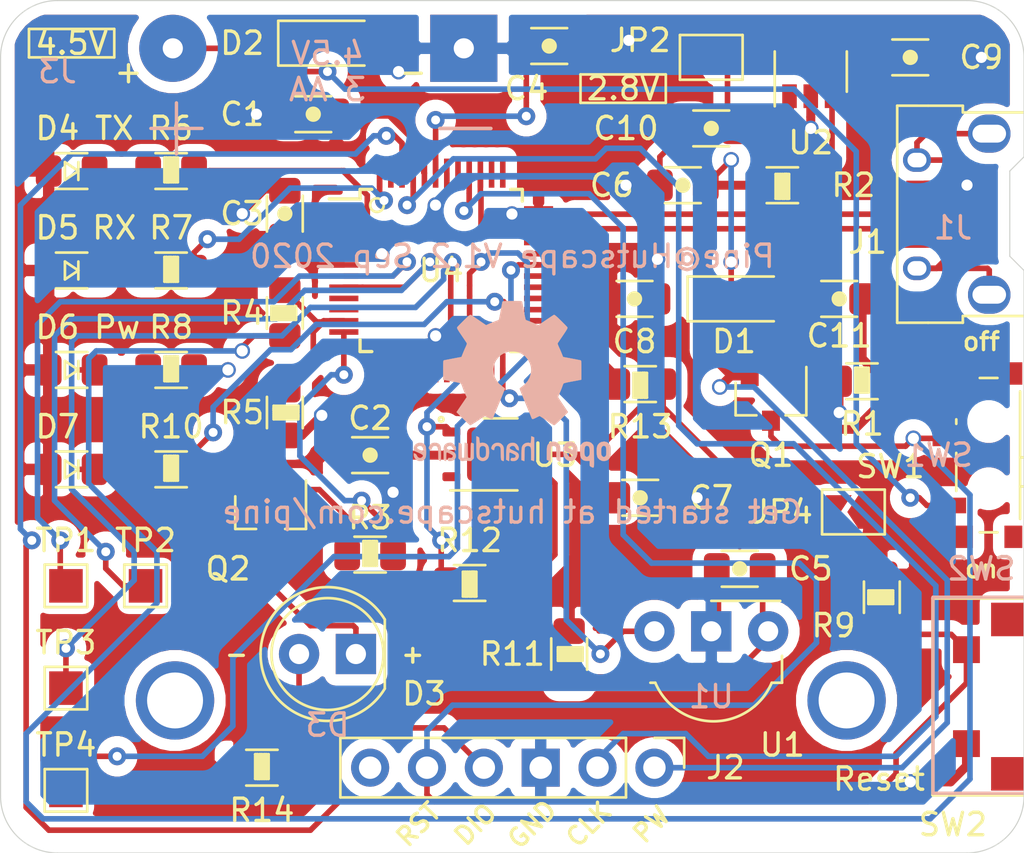
<source format=kicad_pcb>
(kicad_pcb (version 20171130) (host pcbnew "(5.1.6-0-10_14)")
  (title_block (title Pine@Hutscape) (date 2020-09-16) (rev V1.2) (company "Control aircon by monitoring temperature in other parts of the room"))
  (layers (0 F.Cu signal hide) (31 B.Cu signal) (34 B.Paste user) (35 F.Paste user hide) (36 B.SilkS user) (37 F.SilkS user hide) (38 B.Mask user) (39 F.Mask user hide) (44 Edge.Cuts user))
  (net 0 "")
  (net 1 GND)
  (net 2 "Net-(C4-Pad2)")
  (net 3 "Net-(C5-Pad1)")
  (net 4 "Net-(C7-Pad1)")
  (net 5 "Net-(C9-Pad1)")
  (net 6 "Net-(C10-Pad1)")
  (net 7 "Net-(D3-Pad2)")
  (net 8 "Net-(D3-Pad1)")
  (net 9 /USB_D-)
  (net 10 /USB_D+)
  (net 11 "Net-(J1-Pad6)")
  (net 12 /RST)
  (net 13 /SWDIO)
  (net 14 /SWCLK)
  (net 15 "Net-(R2-Pad1)")
  (net 16 /IR_Emitter)
  (net 17 /Batt)
  (net 18 /TX_LED)
  (net 19 /RX_LED)
  (net 20 /LED)
  (net 21 /SDA)
  (net 22 /SCL)
  (net 23 /IR_Receiver)
  (net 24 "Net-(C11-Pad1)")
  (net 25 "Net-(D2-Pad1)")
  (net 26 /VBAT)
  (net 27 /SWD_POWER_IN)
  (net 28 "Net-(D4-Pad1)")
  (net 29 "Net-(D5-Pad1)")
  (net 30 "Net-(D6-Pad1)")
  (net 31 "Net-(D7-Pad1)")
  (net 32 "Net-(TP1-Pad1)")
  (net 33 "Net-(TP2-Pad1)")
  (net 34 "Net-(TP3-Pad1)")
  (net 35 "Net-(TP4-Pad1)")
  (net 36 +2V8)
  (net 37 "Net-(Q2-Pad1)")
  (module Symbol:OSHW-Logo2_9.8x8mm_SilkScreen (layer B.Cu) (at 175.895 59.055 180)
    (fp_text reference REF** hide)
    (fp_text value OSHW-Logo2_9.8x8mm_SilkScreen hide)
  )
  (module Passives_0805:R_0805_2012Metric_Pad1.15x1.40mm_HandSolder (layer F.Cu) (at 164.71 76.2)
    (fp_text reference R14 (at 0 1.905) (layer F.SilkS))
    (fp_text value 0R)
    (pad 2 smd roundrect (at 1.025 0) (size 1.15 1.4) (layers F.Cu F.Paste F.Mask) (roundrect_rratio 0.217391) (net 7 "Net-(D3-Pad2)"))
    (pad 1 smd roundrect (at -1.025 0) (size 1.15 1.4) (layers F.Cu F.Paste F.Mask) (roundrect_rratio 0.217391) (net 36 +2V8))
  )
  (module LED_THT:LED_D5.0mm_IRGrey (layer F.Cu) (at 168.91 71.12 180)
    (fp_text reference D3 (at -3.048 -1.778 180) (layer F.SilkS))
    (fp_text value "IR LED Emitter")
    (pad 2 thru_hole circle (at 2.54 0 180) (size 1.8 1.8) (drill 0.9) (layers *.Cu *.Mask) (net 7 "Net-(D3-Pad2)"))
    (pad 1 thru_hole rect (at 0 0 180) (size 1.8 1.8) (drill 0.9) (layers *.Cu *.Mask) (net 8 "Net-(D3-Pad1)"))
  )
  (module TestPoint:TestPoint_Pad_1.5x1.5mm (layer F.Cu) (at 155.956 77.216)
    (fp_text reference TP4 (at 0 -2.032) (layer F.SilkS))
    (fp_text value TestPoint_Probe)
    (pad 1 smd rect (at 0 0) (size 1.5 1.5) (layers F.Cu F.Mask) (net 35 "Net-(TP4-Pad1)"))
  )
  (module TestPoint:TestPoint_Pad_1.5x1.5mm (layer F.Cu) (at 155.956 72.644)
    (fp_text reference TP3 (at 0 -2.032) (layer F.SilkS))
    (fp_text value TestPoint_Probe)
    (pad 1 smd rect (at 0 0) (size 1.5 1.5) (layers F.Cu F.Mask) (net 34 "Net-(TP3-Pad1)"))
  )
  (module TestPoint:TestPoint_Pad_1.5x1.5mm (layer F.Cu) (at 159.512 68.072)
    (fp_text reference TP2 (at 0 -2.032) (layer F.SilkS))
    (fp_text value TestPoint_Probe)
    (pad 1 smd rect (at 0 0) (size 1.5 1.5) (layers F.Cu F.Mask) (net 33 "Net-(TP2-Pad1)"))
  )
  (module TestPoint:TestPoint_Pad_1.5x1.5mm (layer F.Cu) (at 155.956 68.072)
    (fp_text reference TP1 (at 0 -2.032) (layer F.SilkS))
    (fp_text value TestPoint_Probe)
    (pad 1 smd rect (at 0 0) (size 1.5 1.5) (layers F.Cu F.Mask) (net 32 "Net-(TP1-Pad1)"))
  )
  (module USB_Micro-B_Horizontal:USB_Micro-B_Horizontal-U254-051T-4BH23-S2B (layer F.Cu) (at 196.088 51.435 90)
    (fp_text reference J1 (at -1.27 -4.318) (layer F.SilkS))
    (fp_text value "USB Micro type-B")
    (pad 1 smd rect (at -1.325 -1.765 180) (size 1.65 0.4) (layers F.Cu F.Paste F.Mask) (net 24 "Net-(C11-Pad1)"))
    (pad 2 smd rect (at -0.675 -1.765 180) (size 1.65 0.4) (layers F.Cu F.Paste F.Mask) (net 9 /USB_D-))
    (pad 3 smd rect (at -0.025 -1.765 180) (size 1.65 0.4) (layers F.Cu F.Paste F.Mask) (net 10 /USB_D+))
    (pad 4 smd rect (at 0.625 -1.765 180) (size 1.65 0.4) (layers F.Cu F.Paste F.Mask))
    (pad 5 smd rect (at 1.275 -1.765 180) (size 1.65 0.4) (layers F.Cu F.Paste F.Mask) (net 1 GND))
    (pad 6 thru_hole oval (at -2.445 -2.1136 90) (size 1.05 1.25) (drill oval 0.65 0.85) (layers *.Cu *.Mask) (net 11 "Net-(J1-Pad6)"))
    (pad 6 thru_hole oval (at 2.395 -2.1136 90) (size 1.05 1.25) (drill oval 0.65 0.85) (layers *.Cu *.Mask) (net 11 "Net-(J1-Pad6)"))
    (pad 6 thru_hole oval (at -3.625 1.115 90) (size 1.7 1.9) (drill oval 0.8 1.5) (layers *.Cu *.Mask) (net 11 "Net-(J1-Pad6)"))
    (pad 6 thru_hole oval (at 3.575 1.115 90) (size 1.7 1.9) (drill oval 0.8 1.5) (layers *.Cu *.Mask) (net 11 "Net-(J1-Pad6)"))
  )
  (module Passives_0805:C_0805_2012Metric_Pad1.15x1.40mm_HandSolder (layer F.Cu) (at 177.546 43.942 180)
    (fp_text reference C4 (at 1.016 -1.905 180) (layer F.SilkS))
    (fp_text value 1uF)
    (pad 2 smd roundrect (at 1.025 0 180) (size 1.15 1.4) (layers F.Cu F.Paste F.Mask) (roundrect_rratio 0.217391) (net 2 "Net-(C4-Pad2)"))
    (pad 1 smd roundrect (at -1.025 0 180) (size 1.15 1.4) (layers F.Cu F.Paste F.Mask) (roundrect_rratio 0.217391) (net 1 GND))
  )
  (module Passives_0805:LED_0805_2012Metric_Pad1.15x1.40mm_HandSolder (layer F.Cu) (at 156.21 62.865 180)
    (fp_text reference D7 (at 0.635 1.905 180) (layer F.SilkS))
    (fp_text value "LED Yellow")
    (pad 2 smd roundrect (at 1.025 0 180) (size 1.15 1.4) (layers F.Cu F.Paste F.Mask) (roundrect_rratio 0.217) (net 36 +2V8))
    (pad 1 smd roundrect (at -1.025 0 180) (size 1.15 1.4) (layers F.Cu F.Paste F.Mask) (roundrect_rratio 0.217) (net 31 "Net-(D7-Pad1)"))
  )
  (module Passives_0805:LED_0805_2012Metric_Pad1.15x1.40mm_HandSolder (layer F.Cu) (at 156.21 58.42 180)
    (fp_text reference D6 (at 0.635 1.905 180) (layer F.SilkS))
    (fp_text value "LED Yellow")
    (pad 2 smd roundrect (at 1.025 0 180) (size 1.15 1.4) (layers F.Cu F.Paste F.Mask) (roundrect_rratio 0.217) (net 36 +2V8))
    (pad 1 smd roundrect (at -1.025 0 180) (size 1.15 1.4) (layers F.Cu F.Paste F.Mask) (roundrect_rratio 0.217) (net 30 "Net-(D6-Pad1)"))
  )
  (module Passives_0805:LED_0805_2012Metric_Pad1.15x1.40mm_HandSolder (layer F.Cu) (at 156.21 53.975 180)
    (fp_text reference D5 (at 0.635 1.905 180) (layer F.SilkS))
    (fp_text value "LED Yellow")
    (pad 2 smd roundrect (at 1.025 0 180) (size 1.15 1.4) (layers F.Cu F.Paste F.Mask) (roundrect_rratio 0.217) (net 36 +2V8))
    (pad 1 smd roundrect (at -1.025 0 180) (size 1.15 1.4) (layers F.Cu F.Paste F.Mask) (roundrect_rratio 0.217) (net 29 "Net-(D5-Pad1)"))
  )
  (module Passives_0805:LED_0805_2012Metric_Pad1.15x1.40mm_HandSolder (layer F.Cu) (at 156.21 49.53 180)
    (fp_text reference D4 (at 0.635 1.905 180) (layer F.SilkS))
    (fp_text value "LED Yellow")
    (pad 2 smd roundrect (at 1.025 0 180) (size 1.15 1.4) (layers F.Cu F.Paste F.Mask) (roundrect_rratio 0.217) (net 36 +2V8))
    (pad 1 smd roundrect (at -1.025 0 180) (size 1.15 1.4) (layers F.Cu F.Paste F.Mask) (roundrect_rratio 0.217) (net 28 "Net-(D4-Pad1)"))
  )
  (module Passives_0805:R_0805_2012Metric_Pad1.15x1.40mm_HandSolder (layer F.Cu) (at 181.61 59.055 180)
    (fp_text reference R13 (at 0 -1.905 180) (layer F.SilkS))
    (fp_text value 10k)
    (pad 2 smd roundrect (at 1.025 0 180) (size 1.15 1.4) (layers F.Cu F.Paste F.Mask) (roundrect_rratio 0.217391) (net 22 /SCL))
    (pad 1 smd roundrect (at -1.025 0 180) (size 1.15 1.4) (layers F.Cu F.Paste F.Mask) (roundrect_rratio 0.217391) (net 4 "Net-(C7-Pad1)"))
  )
  (module Passives_0805:R_0805_2012Metric_Pad1.15x1.40mm_HandSolder (layer F.Cu) (at 173.99 67.945 180)
    (fp_text reference R12 (at 0 1.905 180) (layer F.SilkS))
    (fp_text value 10k)
    (pad 2 smd roundrect (at 1.025 0 180) (size 1.15 1.4) (layers F.Cu F.Paste F.Mask) (roundrect_rratio 0.217391) (net 21 /SDA))
    (pad 1 smd roundrect (at -1.025 0 180) (size 1.15 1.4) (layers F.Cu F.Paste F.Mask) (roundrect_rratio 0.217391) (net 4 "Net-(C7-Pad1)"))
  )
  (module Passives_0805:R_0805_2012Metric_Pad1.15x1.40mm_HandSolder (layer F.Cu) (at 178.435 71.12 270)
    (fp_text reference R11 (at 0 2.54) (layer F.SilkS))
    (fp_text value 470R)
    (pad 2 smd roundrect (at 1.025 0 270) (size 1.15 1.4) (layers F.Cu F.Paste F.Mask) (roundrect_rratio 0.217391) (net 3 "Net-(C5-Pad1)"))
    (pad 1 smd roundrect (at -1.025 0 270) (size 1.15 1.4) (layers F.Cu F.Paste F.Mask) (roundrect_rratio 0.217391) (net 36 +2V8))
  )
  (module Passives_0805:R_0805_2012Metric_Pad1.15x1.40mm_HandSolder (layer F.Cu) (at 160.655 62.865)
    (fp_text reference R10 (at 0 -1.905) (layer F.SilkS))
    (fp_text value 470R)
    (pad 2 smd roundrect (at 1.025 0) (size 1.15 1.4) (layers F.Cu F.Paste F.Mask) (roundrect_rratio 0.217391) (net 20 /LED))
    (pad 1 smd roundrect (at -1.025 0) (size 1.15 1.4) (layers F.Cu F.Paste F.Mask) (roundrect_rratio 0.217391) (net 31 "Net-(D7-Pad1)"))
  )
  (module Passives_0805:R_0805_2012Metric_Pad1.15x1.40mm_HandSolder (layer F.Cu) (at 192.405 68.58 90)
    (fp_text reference R9 (at -1.27 -2.159 180) (layer F.SilkS))
    (fp_text value 10k)
    (pad 2 smd roundrect (at 1.025 0 90) (size 1.15 1.4) (layers F.Cu F.Paste F.Mask) (roundrect_rratio 0.217391) (net 36 +2V8))
    (pad 1 smd roundrect (at -1.025 0 90) (size 1.15 1.4) (layers F.Cu F.Paste F.Mask) (roundrect_rratio 0.217391) (net 12 /RST))
  )
  (module Passives_0805:R_0805_2012Metric_Pad1.15x1.40mm_HandSolder (layer F.Cu) (at 160.655 58.42)
    (fp_text reference R8 (at 0 -1.905) (layer F.SilkS))
    (fp_text value 470R)
    (pad 2 smd roundrect (at 1.025 0) (size 1.15 1.4) (layers F.Cu F.Paste F.Mask) (roundrect_rratio 0.217391) (net 1 GND))
    (pad 1 smd roundrect (at -1.025 0) (size 1.15 1.4) (layers F.Cu F.Paste F.Mask) (roundrect_rratio 0.217391) (net 30 "Net-(D6-Pad1)"))
  )
  (module Passives_0805:R_0805_2012Metric_Pad1.15x1.40mm_HandSolder (layer F.Cu) (at 160.655 53.975)
    (fp_text reference R7 (at 0 -1.905) (layer F.SilkS))
    (fp_text value 470R)
    (pad 2 smd roundrect (at 1.025 0) (size 1.15 1.4) (layers F.Cu F.Paste F.Mask) (roundrect_rratio 0.217391) (net 19 /RX_LED))
    (pad 1 smd roundrect (at -1.025 0) (size 1.15 1.4) (layers F.Cu F.Paste F.Mask) (roundrect_rratio 0.217391) (net 29 "Net-(D5-Pad1)"))
  )
  (module Passives_0805:R_0805_2012Metric_Pad1.15x1.40mm_HandSolder (layer F.Cu) (at 160.655 49.53)
    (fp_text reference R6 (at 0 -1.905) (layer F.SilkS))
    (fp_text value 470R)
    (pad 2 smd roundrect (at 1.025 0) (size 1.15 1.4) (layers F.Cu F.Paste F.Mask) (roundrect_rratio 0.217391) (net 18 /TX_LED))
    (pad 1 smd roundrect (at -1.025 0) (size 1.15 1.4) (layers F.Cu F.Paste F.Mask) (roundrect_rratio 0.217391) (net 28 "Net-(D4-Pad1)"))
  )
  (module Passives_0805:R_0805_2012Metric_Pad1.15x1.40mm_HandSolder (layer F.Cu) (at 165.735 60.325 270)
    (fp_text reference R5 (at 0 1.905) (layer F.SilkS))
    (fp_text value 100k)
    (pad 2 smd roundrect (at 1.025 0 270) (size 1.15 1.4) (layers F.Cu F.Paste F.Mask) (roundrect_rratio 0.217391) (net 1 GND))
    (pad 1 smd roundrect (at -1.025 0 270) (size 1.15 1.4) (layers F.Cu F.Paste F.Mask) (roundrect_rratio 0.217391) (net 17 /Batt))
  )
  (module Passives_0805:R_0805_2012Metric_Pad1.15x1.40mm_HandSolder (layer F.Cu) (at 165.735 55.88 90)
    (fp_text reference R4 (at 0 -1.905 180) (layer F.SilkS))
    (fp_text value 100k)
    (pad 2 smd roundrect (at 1.025 0 90) (size 1.15 1.4) (layers F.Cu F.Paste F.Mask) (roundrect_rratio 0.217391) (net 17 /Batt))
    (pad 1 smd roundrect (at -1.025 0 90) (size 1.15 1.4) (layers F.Cu F.Paste F.Mask) (roundrect_rratio 0.217391) (net 26 /VBAT))
  )
  (module Passives_0805:R_0805_2012Metric_Pad1.15x1.40mm_HandSolder (layer F.Cu) (at 169.545 66.675)
    (fp_text reference R3 (at 0 -1.65) (layer F.SilkS))
    (fp_text value 470R)
    (pad 2 smd roundrect (at 1.025 0) (size 1.15 1.4) (layers F.Cu F.Paste F.Mask) (roundrect_rratio 0.217391) (net 16 /IR_Emitter))
    (pad 1 smd roundrect (at -1.025 0) (size 1.15 1.4) (layers F.Cu F.Paste F.Mask) (roundrect_rratio 0.217391) (net 37 "Net-(Q2-Pad1)"))
  )
  (module Passives_0805:R_0805_2012Metric_Pad1.15x1.40mm_HandSolder (layer F.Cu) (at 187.96 50.165 180)
    (fp_text reference R2 (at -3.175 0 180) (layer F.SilkS))
    (fp_text value 100k)
    (pad 2 smd roundrect (at 1.025 0 180) (size 1.15 1.4) (layers F.Cu F.Paste F.Mask) (roundrect_rratio 0.217391) (net 27 /SWD_POWER_IN))
    (pad 1 smd roundrect (at -1.025 0 180) (size 1.15 1.4) (layers F.Cu F.Paste F.Mask) (roundrect_rratio 0.217391) (net 15 "Net-(R2-Pad1)"))
  )
  (module Passives_0805:R_0805_2012Metric_Pad1.15x1.40mm_HandSolder (layer F.Cu) (at 191.516 58.928)
    (fp_text reference R1 (at 0 1.905) (layer F.SilkS))
    (fp_text value 10k)
    (pad 2 smd roundrect (at 1.025 0) (size 1.15 1.4) (layers F.Cu F.Paste F.Mask) (roundrect_rratio 0.217391) (net 24 "Net-(C11-Pad1)"))
    (pad 1 smd roundrect (at -1.025 0) (size 1.15 1.4) (layers F.Cu F.Paste F.Mask) (roundrect_rratio 0.217391) (net 1 GND))
  )
  (module Passives_0805:C_0805_2012Metric_Pad1.15x1.40mm_HandSolder (layer F.Cu) (at 190.5 55.245 180)
    (fp_text reference C11 (at 0 -1.65 180) (layer F.SilkS))
    (fp_text value 10uF)
    (pad 2 smd roundrect (at 1.025 0 180) (size 1.15 1.4) (layers F.Cu F.Paste F.Mask) (roundrect_rratio 0.217391) (net 1 GND))
    (pad 1 smd roundrect (at -1.025 0 180) (size 1.15 1.4) (layers F.Cu F.Paste F.Mask) (roundrect_rratio 0.217391) (net 24 "Net-(C11-Pad1)"))
  )
  (module Passives_0805:C_0805_2012Metric_Pad1.15x1.40mm_HandSolder (layer F.Cu) (at 184.785 47.625 180)
    (fp_text reference C10 (at 3.81 0 180) (layer F.SilkS))
    (fp_text value 1uF)
    (pad 2 smd roundrect (at 1.025 0 180) (size 1.15 1.4) (layers F.Cu F.Paste F.Mask) (roundrect_rratio 0.217391) (net 1 GND))
    (pad 1 smd roundrect (at -1.025 0 180) (size 1.15 1.4) (layers F.Cu F.Paste F.Mask) (roundrect_rratio 0.217391) (net 6 "Net-(C10-Pad1)"))
  )
  (module Passives_0805:C_0805_2012Metric_Pad1.15x1.40mm_HandSolder (layer F.Cu) (at 193.675 44.45)
    (fp_text reference C9 (at 3.175 0) (layer F.SilkS))
    (fp_text value 10nF)
    (pad 2 smd roundrect (at 1.025 0) (size 1.15 1.4) (layers F.Cu F.Paste F.Mask) (roundrect_rratio 0.217391) (net 1 GND))
    (pad 1 smd roundrect (at -1.025 0) (size 1.15 1.4) (layers F.Cu F.Paste F.Mask) (roundrect_rratio 0.217391) (net 5 "Net-(C9-Pad1)"))
  )
  (module Passives_0805:C_0805_2012Metric_Pad1.15x1.40mm_HandSolder (layer F.Cu) (at 181.356 55.245)
    (fp_text reference C8 (at 0 1.905) (layer F.SilkS))
    (fp_text value 10uF)
    (pad 2 smd roundrect (at 1.025 0) (size 1.15 1.4) (layers F.Cu F.Paste F.Mask) (roundrect_rratio 0.217391) (net 1 GND))
    (pad 1 smd roundrect (at -1.025 0) (size 1.15 1.4) (layers F.Cu F.Paste F.Mask) (roundrect_rratio 0.217391) (net 36 +2V8))
  )
  (module Passives_0805:C_0805_2012Metric_Pad1.15x1.40mm_HandSolder (layer F.Cu) (at 181.61 64.135)
    (fp_text reference C7 (at 3.175 0) (layer F.SilkS))
    (fp_text value 1uF)
    (pad 2 smd roundrect (at 1.025 0) (size 1.15 1.4) (layers F.Cu F.Paste F.Mask) (roundrect_rratio 0.217391) (net 1 GND))
    (pad 1 smd roundrect (at -1.025 0) (size 1.15 1.4) (layers F.Cu F.Paste F.Mask) (roundrect_rratio 0.217391) (net 4 "Net-(C7-Pad1)"))
  )
  (module Passives_0805:C_0805_2012Metric_Pad1.15x1.40mm_HandSolder (layer F.Cu) (at 183.515 50.165 180)
    (fp_text reference C6 (at 3.175 0 180) (layer F.SilkS))
    (fp_text value 1uF)
    (pad 2 smd roundrect (at 1.025 0 180) (size 1.15 1.4) (layers F.Cu F.Paste F.Mask) (roundrect_rratio 0.217391) (net 1 GND))
    (pad 1 smd roundrect (at -1.025 0 180) (size 1.15 1.4) (layers F.Cu F.Paste F.Mask) (roundrect_rratio 0.217391) (net 27 /SWD_POWER_IN))
  )
  (module Passives_0805:C_0805_2012Metric_Pad1.15x1.40mm_HandSolder (layer F.Cu) (at 186.055 67.31 180)
    (fp_text reference C5 (at -3.175 0 180) (layer F.SilkS))
    (fp_text value 1uF)
    (pad 2 smd roundrect (at 1.025 0 180) (size 1.15 1.4) (layers F.Cu F.Paste F.Mask) (roundrect_rratio 0.217391) (net 1 GND))
    (pad 1 smd roundrect (at -1.025 0 180) (size 1.15 1.4) (layers F.Cu F.Paste F.Mask) (roundrect_rratio 0.217391) (net 3 "Net-(C5-Pad1)"))
  )
  (module Passives_0805:C_0805_2012Metric_Pad1.15x1.40mm_HandSolder (layer F.Cu) (at 165.735 51.435 90)
    (fp_text reference C3 (at 0 -1.905 180) (layer F.SilkS))
    (fp_text value 100nF)
    (pad 2 smd roundrect (at 1.025 0 90) (size 1.15 1.4) (layers F.Cu F.Paste F.Mask) (roundrect_rratio 0.217391) (net 1 GND))
    (pad 1 smd roundrect (at -1.025 0 90) (size 1.15 1.4) (layers F.Cu F.Paste F.Mask) (roundrect_rratio 0.217391) (net 36 +2V8))
  )
  (module Passives_0805:C_0805_2012Metric_Pad1.15x1.40mm_HandSolder (layer F.Cu) (at 169.545 62.23)
    (fp_text reference C2 (at 0 -1.65) (layer F.SilkS))
    (fp_text value 100nF)
    (pad 2 smd roundrect (at 1.025 0) (size 1.15 1.4) (layers F.Cu F.Paste F.Mask) (roundrect_rratio 0.217391) (net 1 GND))
    (pad 1 smd roundrect (at -1.025 0) (size 1.15 1.4) (layers F.Cu F.Paste F.Mask) (roundrect_rratio 0.217391) (net 36 +2V8))
  )
  (module Passives_0805:C_0805_2012Metric_Pad1.15x1.40mm_HandSolder (layer F.Cu) (at 167.005 46.99 180)
    (fp_text reference C1 (at 3.175 0 180) (layer F.SilkS))
    (fp_text value 100nF)
    (pad 2 smd roundrect (at 1.025 0 180) (size 1.15 1.4) (layers F.Cu F.Paste F.Mask) (roundrect_rratio 0.217391) (net 1 GND))
    (pad 1 smd roundrect (at -1.025 0 180) (size 1.15 1.4) (layers F.Cu F.Paste F.Mask) (roundrect_rratio 0.217391) (net 36 +2V8))
  )
  (module BatteryHolder_Takachi_SN3-3PC_3xAA:BatteryHolder_Takachi_SN3-3PC_3AA (layer F.Cu) (at 175.829999 73.195 270)
    (fp_text reference J3 (at -28.11 20.254999) (layer B.SilkS) (effects (justify mirror)))
    (fp_text value "Battery connector")
    (fp_text user - (at -25.8064 2.032) (layer B.SilkS) (effects (font (size 3 3))))
    (fp_text user - (at -25.8064 2.032) (layer B.SilkS) (effects (font (size 3 3))))
    (fp_text user + (at -25.57 15.174999 270) (layer B.SilkS) (effects (font (size 3 3))))
    (pad "" np_thru_hole circle (at 0 15 270) (size 3.5 3.5) (drill 2.5) (layers *.Cu *.Mask))
    (pad 1 thru_hole circle (at -29.15 15.1 270) (size 3 3) (drill 0.9) (layers *.Cu *.Mask) (net 25 "Net-(D2-Pad1)"))
    (pad 2 thru_hole rect (at -29.15 2.1 270) (size 3 3) (drill 0.9) (layers *.Cu *.Mask) (net 1 GND))
    (pad "" np_thru_hole circle (at 0 -15 270) (size 3.5 3.5) (drill 2.5) (layers *.Cu *.Mask))
  )
  (module Package_TO_SOT_SMD:SOT-23 (layer F.Cu) (at 165.1 64.77 270)
    (fp_text reference Q2 (at 2.54 1.905 180) (layer F.SilkS))
    (fp_text value "NPN Transistor")
    (pad 3 smd rect (at 1 0 270) (size 0.9 0.8) (layers F.Cu F.Paste F.Mask) (net 8 "Net-(D3-Pad1)"))
    (pad 2 smd rect (at -1 0.95 270) (size 0.9 0.8) (layers F.Cu F.Paste F.Mask) (net 1 GND))
    (pad 1 smd rect (at -1 -0.95 270) (size 0.9 0.8) (layers F.Cu F.Paste F.Mask) (net 37 "Net-(Q2-Pad1)"))
  )
  (module Package_QFP:TQFP-48_7x7mm_P0.5mm (layer F.Cu) (at 172.72 53.975)
    (fp_text reference U4 (at 0 0) (layer F.SilkS))
    (fp_text value MCU)
    (pad 48 smd rect (at -2.75 -4.35 90) (size 1.3 0.25) (layers F.Cu F.Paste F.Mask) (net 19 /RX_LED))
    (pad 47 smd rect (at -2.25 -4.35 90) (size 1.3 0.25) (layers F.Cu F.Paste F.Mask))
    (pad 46 smd rect (at -1.75 -4.35 90) (size 1.3 0.25) (layers F.Cu F.Paste F.Mask) (net 13 /SWDIO))
    (pad 45 smd rect (at -1.25 -4.35 90) (size 1.3 0.25) (layers F.Cu F.Paste F.Mask) (net 14 /SWCLK))
    (pad 44 smd rect (at -0.75 -4.35 90) (size 1.3 0.25) (layers F.Cu F.Paste F.Mask) (net 36 +2V8))
    (pad 43 smd rect (at -0.25 -4.35 90) (size 1.3 0.25) (layers F.Cu F.Paste F.Mask) (net 2 "Net-(C4-Pad2)"))
    (pad 42 smd rect (at 0.25 -4.35 90) (size 1.3 0.25) (layers F.Cu F.Paste F.Mask) (net 1 GND))
    (pad 41 smd rect (at 0.75 -4.35 90) (size 1.3 0.25) (layers F.Cu F.Paste F.Mask))
    (pad 40 smd rect (at 1.25 -4.35 90) (size 1.3 0.25) (layers F.Cu F.Paste F.Mask) (net 12 /RST))
    (pad 39 smd rect (at 1.75 -4.35 90) (size 1.3 0.25) (layers F.Cu F.Paste F.Mask) (net 18 /TX_LED))
    (pad 38 smd rect (at 2.25 -4.35 90) (size 1.3 0.25) (layers F.Cu F.Paste F.Mask))
    (pad 37 smd rect (at 2.75 -4.35 90) (size 1.3 0.25) (layers F.Cu F.Paste F.Mask))
    (pad 36 smd rect (at 4.35 -2.75) (size 1.3 0.25) (layers F.Cu F.Paste F.Mask) (net 36 +2V8))
    (pad 35 smd rect (at 4.35 -2.25) (size 1.3 0.25) (layers F.Cu F.Paste F.Mask) (net 1 GND))
    (pad 34 smd rect (at 4.35 -1.75) (size 1.3 0.25) (layers F.Cu F.Paste F.Mask) (net 10 /USB_D+))
    (pad 33 smd rect (at 4.35 -1.25) (size 1.3 0.25) (layers F.Cu F.Paste F.Mask) (net 9 /USB_D-))
    (pad 32 smd rect (at 4.35 -0.75) (size 1.3 0.25) (layers F.Cu F.Paste F.Mask) (net 22 /SCL))
    (pad 31 smd rect (at 4.35 -0.25) (size 1.3 0.25) (layers F.Cu F.Paste F.Mask) (net 21 /SDA))
    (pad 30 smd rect (at 4.35 0.25) (size 1.3 0.25) (layers F.Cu F.Paste F.Mask))
    (pad 29 smd rect (at 4.35 0.75) (size 1.3 0.25) (layers F.Cu F.Paste F.Mask))
    (pad 28 smd rect (at 4.35 1.25) (size 1.3 0.25) (layers F.Cu F.Paste F.Mask))
    (pad 27 smd rect (at 4.35 1.75) (size 1.3 0.25) (layers F.Cu F.Paste F.Mask))
    (pad 26 smd rect (at 4.35 2.25) (size 1.3 0.25) (layers F.Cu F.Paste F.Mask) (net 20 /LED))
    (pad 25 smd rect (at 4.35 2.75) (size 1.3 0.25) (layers F.Cu F.Paste F.Mask))
    (pad 24 smd rect (at 2.75 4.35 90) (size 1.3 0.25) (layers F.Cu F.Paste F.Mask) (net 23 /IR_Receiver))
    (pad 23 smd rect (at 2.25 4.35 90) (size 1.3 0.25) (layers F.Cu F.Paste F.Mask))
    (pad 22 smd rect (at 1.75 4.35 90) (size 1.3 0.25) (layers F.Cu F.Paste F.Mask) (net 35 "Net-(TP4-Pad1)"))
    (pad 21 smd rect (at 1.25 4.35 90) (size 1.3 0.25) (layers F.Cu F.Paste F.Mask) (net 34 "Net-(TP3-Pad1)"))
    (pad 20 smd rect (at 0.75 4.35 90) (size 1.3 0.25) (layers F.Cu F.Paste F.Mask))
    (pad 19 smd rect (at 0.25 4.35 90) (size 1.3 0.25) (layers F.Cu F.Paste F.Mask))
    (pad 18 smd rect (at -0.25 4.35 90) (size 1.3 0.25) (layers F.Cu F.Paste F.Mask) (net 1 GND))
    (pad 17 smd rect (at -0.75 4.35 90) (size 1.3 0.25) (layers F.Cu F.Paste F.Mask) (net 36 +2V8))
    (pad 16 smd rect (at -1.25 4.35 90) (size 1.3 0.25) (layers F.Cu F.Paste F.Mask))
    (pad 15 smd rect (at -1.75 4.35 90) (size 1.3 0.25) (layers F.Cu F.Paste F.Mask))
    (pad 14 smd rect (at -2.25 4.35 90) (size 1.3 0.25) (layers F.Cu F.Paste F.Mask))
    (pad 13 smd rect (at -2.75 4.35 90) (size 1.3 0.25) (layers F.Cu F.Paste F.Mask))
    (pad 12 smd rect (at -4.35 2.75) (size 1.3 0.25) (layers F.Cu F.Paste F.Mask) (net 16 /IR_Emitter))
    (pad 11 smd rect (at -4.35 2.25) (size 1.3 0.25) (layers F.Cu F.Paste F.Mask) (net 17 /Batt))
    (pad 10 smd rect (at -4.35 1.75) (size 1.3 0.25) (layers F.Cu F.Paste F.Mask))
    (pad 9 smd rect (at -4.35 1.25) (size 1.3 0.25) (layers F.Cu F.Paste F.Mask))
    (pad 8 smd rect (at -4.35 0.75) (size 1.3 0.25) (layers F.Cu F.Paste F.Mask) (net 33 "Net-(TP2-Pad1)"))
    (pad 7 smd rect (at -4.35 0.25) (size 1.3 0.25) (layers F.Cu F.Paste F.Mask) (net 32 "Net-(TP1-Pad1)"))
    (pad 6 smd rect (at -4.35 -0.25) (size 1.3 0.25) (layers F.Cu F.Paste F.Mask) (net 36 +2V8))
    (pad 5 smd rect (at -4.35 -0.75) (size 1.3 0.25) (layers F.Cu F.Paste F.Mask) (net 1 GND))
    (pad 4 smd rect (at -4.35 -1.25) (size 1.3 0.25) (layers F.Cu F.Paste F.Mask))
    (pad 3 smd rect (at -4.35 -1.75) (size 1.3 0.25) (layers F.Cu F.Paste F.Mask))
    (pad 2 smd rect (at -4.35 -2.25) (size 1.3 0.25) (layers F.Cu F.Paste F.Mask))
    (pad 1 smd rect (at -4.35 -2.75) (size 1.3 0.25) (layers F.Cu F.Paste F.Mask))
  )
  (module Package_DFN_QFN:DFN-6-1EP_3x3mm_P1mm_EP1.5x2.4mm (layer F.Cu) (at 174.625 62.195)
    (fp_text reference U3 (at 3.175 0.035) (layer F.SilkS))
    (fp_text value "Temperature sensor")
    (pad 6 smd roundrect (at 1.45 -1) (size 0.8 0.4) (layers F.Cu F.Paste F.Mask) (net 22 /SCL))
    (pad 5 smd roundrect (at 1.45 0) (size 0.8 0.4) (layers F.Cu F.Paste F.Mask) (net 4 "Net-(C7-Pad1)"))
    (pad 4 smd roundrect (at 1.45 1) (size 0.8 0.4) (layers F.Cu F.Paste F.Mask))
    (pad 3 smd roundrect (at -1.45 1) (size 0.8 0.4) (layers F.Cu F.Paste F.Mask))
    (pad 2 smd roundrect (at -1.45 0) (size 0.8 0.4) (layers F.Cu F.Paste F.Mask) (net 1 GND))
    (pad 1 smd roundrect (at -1.45 -1) (size 0.8 0.4) (layers F.Cu F.Paste F.Mask) (net 21 /SDA))
    (pad 7 smd roundrect (at 0 0) (size 1.5 2.4) (layers F.Cu F.Mask) (roundrect_rratio 0.166667))
  )
  (module Package_TO_SOT_SMD:SOT-23-5 (layer F.Cu) (at 189.23 45.085 90)
    (fp_text reference U2 (at -3.175 0 180) (layer F.SilkS))
    (fp_text value LDO)
    (pad 5 smd rect (at 1.1 -0.95 90) (size 1.06 0.65) (layers F.Cu F.Paste F.Mask) (net 6 "Net-(C10-Pad1)"))
    (pad 4 smd rect (at 1.1 0.95 90) (size 1.06 0.65) (layers F.Cu F.Paste F.Mask) (net 5 "Net-(C9-Pad1)"))
    (pad 3 smd rect (at -1.1 0.95 90) (size 1.06 0.65) (layers F.Cu F.Paste F.Mask) (net 15 "Net-(R2-Pad1)"))
    (pad 2 smd rect (at -1.1 0 90) (size 1.06 0.65) (layers F.Cu F.Paste F.Mask) (net 1 GND))
    (pad 1 smd rect (at -1.1 -0.95 90) (size 1.06 0.65) (layers F.Cu F.Paste F.Mask) (net 27 /SWD_POWER_IN))
  )
  (module OptoDevice:Vishay_MOLD-3Pin (layer F.Cu) (at 182.245 70.104)
    (fp_text reference U1 (at 5.715 5.08 180) (layer F.SilkS))
    (fp_text value "IR Receiver")
    (pad 3 thru_hole circle (at 5.08 0) (size 1.8 1.8) (drill 0.9) (layers *.Cu *.Mask) (net 3 "Net-(C5-Pad1)"))
    (pad 2 thru_hole rect (at 2.54 0) (size 1.8 1.8) (drill 0.9) (layers *.Cu *.Mask) (net 1 GND))
    (pad 1 thru_hole circle (at 0 0) (size 1.8 1.8) (drill 0.9) (layers *.Cu *.Mask) (net 23 /IR_Receiver))
  )
  (module Push_Button:Tactile_pushbutton (layer F.Cu) (at 197.485 73.025 270)
    (fp_text reference SW2 (at 5.715 1.905 180) (layer F.SilkS))
    (fp_text value "Push button")
    (pad "" smd rect (at -3.45 -0.55 270) (size 1.5 1.5) (layers F.Cu F.Paste F.Mask))
    (pad "" np_thru_hole circle (at 1.15 0 270) (size 0.9 0.9) (drill 0.9) (layers *.Cu *.Mask))
    (pad 1 smd rect (at -2.1 1.3 270) (size 1.2 1.2) (layers F.Cu F.Paste F.Mask) (net 12 /RST))
    (pad 2 smd rect (at 2.1 1.3 270) (size 1.2 1.2) (layers F.Cu F.Paste F.Mask) (net 1 GND))
    (pad "" np_thru_hole circle (at -1.15 0 270) (size 0.9 0.9) (drill 0.9) (layers *.Cu *.Mask))
    (pad "" smd rect (at 3.45 -0.55 270) (size 1.5 1.5) (layers F.Cu F.Paste F.Mask))
  )
  (module Button_Switch_SMD:SW_SPDT_PCM12 (layer F.Cu) (at 196.85 62.23 90)
    (fp_text reference SW1 (at -0.508 -4.064) (layer F.SilkS))
    (fp_text value Switch)
    (pad "" smd rect (at -3.65 -0.78 90) (size 1 0.8) (layers F.Cu F.Paste F.Mask))
    (pad "" smd rect (at 3.65 -0.78 90) (size 1 0.8) (layers F.Cu F.Paste F.Mask))
    (pad "" smd rect (at 3.65 1.43 90) (size 1 0.8) (layers F.Cu F.Paste F.Mask))
    (pad "" smd rect (at -3.65 1.43 90) (size 1 0.8) (layers F.Cu F.Paste F.Mask))
    (pad 3 smd rect (at 2.25 -1.43 90) (size 0.7 1.5) (layers F.Cu F.Paste F.Mask))
    (pad 2 smd rect (at 0.75 -1.43 90) (size 0.7 1.5) (layers F.Cu F.Paste F.Mask) (net 26 /VBAT))
    (pad 1 smd rect (at -2.25 -1.43 90) (size 0.7 1.5) (layers F.Cu F.Paste F.Mask) (net 25 "Net-(D2-Pad1)"))
    (pad "" np_thru_hole circle (at 1.5 0.33 90) (size 0.9 0.9) (drill 0.9) (layers *.Cu *.Mask))
    (pad "" np_thru_hole circle (at -1.5 0.33 90) (size 0.9 0.9) (drill 0.9) (layers *.Cu *.Mask))
  )
  (module Package_TO_SOT_SMD:SOT-23 (layer F.Cu) (at 187.452 59.69 270)
    (fp_text reference Q1 (at 2.54 0) (layer F.SilkS))
    (fp_text value "p-channel MOSFET")
    (pad 3 smd rect (at 1 0 270) (size 0.9 0.8) (layers F.Cu F.Paste F.Mask) (net 26 /VBAT))
    (pad 2 smd rect (at -1 0.95 270) (size 0.9 0.8) (layers F.Cu F.Paste F.Mask) (net 27 /SWD_POWER_IN))
    (pad 1 smd rect (at -1 -0.95 270) (size 0.9 0.8) (layers F.Cu F.Paste F.Mask) (net 24 "Net-(C11-Pad1)"))
  )
  (module Jumper:SolderJumper-2_P1.3mm_Open_TrianglePad1.0x1.5mm (layer F.Cu) (at 191.135 64.77 180)
    (fp_text reference JP4 (at 3.175 0) (layer F.SilkS))
    (fp_text value "Open solder jumper")
    (pad 1 smd custom (at -0.725 0 180) (size 0.3 0.3) (layers F.Cu F.Mask) (net 36 +2V8) (options (clearance outline) (anchor rect)) (primitives (gr_poly (pts (xy -0.5 -0.75) (xy 0.5 -0.75) (xy 1 0) (xy 0.5 0.75) (xy -0.5 0.75)) (width 0))))
    (pad 2 smd custom (at 0.725 0 180) (size 0.3 0.3) (layers F.Cu F.Mask) (net 4 "Net-(C7-Pad1)") (options (clearance outline) (anchor rect)) (primitives (gr_poly (pts (xy -0.65 -0.75) (xy 0.5 -0.75) (xy 0.5 0.75) (xy -0.65 0.75) (xy -0.15 0)) (width 0))))
  )
  (module Jumper:SolderJumper-2_P1.3mm_Open_TrianglePad1.0x1.5mm (layer F.Cu) (at 184.785 44.45 180)
    (fp_text reference JP2 (at 3.175 0.762 180) (layer F.SilkS))
    (fp_text value "Open solder jumper")
    (pad 1 smd custom (at -0.725 0 180) (size 0.3 0.3) (layers F.Cu F.Mask) (net 6 "Net-(C10-Pad1)") (options (clearance outline) (anchor rect)) (primitives (gr_poly (pts (xy -0.5 -0.75) (xy 0.5 -0.75) (xy 1 0) (xy 0.5 0.75) (xy -0.5 0.75)) (width 0))))
    (pad 2 smd custom (at 0.725 0 180) (size 0.3 0.3) (layers F.Cu F.Mask) (net 36 +2V8) (options (clearance outline) (anchor rect)) (primitives (gr_poly (pts (xy -0.65 -0.75) (xy 0.5 -0.75) (xy 0.5 0.75) (xy -0.65 0.75) (xy -0.15 0)) (width 0))))
  )
  (module Connector_PinHeader_2.54mm:PinHeader_1x06_P2.54mm_Vertical (layer F.Cu) (at 182.245 76.2 270)
    (fp_text reference J2 (at 0 -3.175) (layer F.SilkS))
    (fp_text value "01x06 Male conn")
    (pad 6 thru_hole oval (at 0 12.7 270) (size 1.7 1.7) (drill 1) (layers *.Cu *.Mask))
    (pad 5 thru_hole oval (at 0 10.16 270) (size 1.7 1.7) (drill 1) (layers *.Cu *.Mask) (net 12 /RST))
    (pad 4 thru_hole oval (at 0 7.62 270) (size 1.7 1.7) (drill 1) (layers *.Cu *.Mask) (net 13 /SWDIO))
    (pad 3 thru_hole rect (at 0 5.08 270) (size 1.7 1.7) (drill 1) (layers *.Cu *.Mask) (net 1 GND))
    (pad 2 thru_hole oval (at 0 2.54 270) (size 1.7 1.7) (drill 1) (layers *.Cu *.Mask) (net 14 /SWCLK))
    (pad 1 thru_hole circle (at 0 0 270) (size 1.7 1.7) (drill 1) (layers *.Cu *.Mask) (net 27 /SWD_POWER_IN))
  )
  (module Diode_SMD:D_SOD-123F (layer F.Cu) (at 185.928 55.245)
    (fp_text reference D1 (at -0.127 1.905) (layer F.SilkS))
    (fp_text value "Schottky diode")
    (pad 2 smd rect (at 1.4 0) (size 1.1 1.1) (layers F.Cu F.Paste F.Mask) (net 24 "Net-(C11-Pad1)"))
    (pad 1 smd rect (at -1.4 0) (size 1.1 1.1) (layers F.Cu F.Paste F.Mask) (net 27 /SWD_POWER_IN))
  )
  (module Diode_SMD:D_SOD-123F (layer F.Cu) (at 167.64 43.815)
    (fp_text reference D2 (at -3.81 0) (layer F.SilkS))
    (fp_text value "Schottky diode")
    (pad 1 smd rect (at -1.4 0) (size 1.1 1.1) (layers F.Cu F.Paste F.Mask) (net 25 "Net-(D2-Pad1)"))
    (pad 2 smd rect (at 1.4 0) (size 1.1 1.1) (layers F.Cu F.Paste F.Mask) (net 1 GND))
  )
  (gr_line (start 198.755 53.975) (end 198.755 77.47) (layer Edge.Cuts) (width 0.05))
  (gr_line (start 198.755 44.45) (end 198.755 48.895) (layer Edge.Cuts) (width 0.05))
  (gr_line (start 198.12 53.34) (end 198.755 53.975) (layer Edge.Cuts) (width 0.05))
  (gr_line (start 198.12 49.53) (end 198.12 53.34) (layer Edge.Cuts) (width 0.05))
  (gr_line (start 198.755 48.895) (end 198.12 49.53) (layer Edge.Cuts) (width 0.05))
  (gr_text PW (at 182.118 78.74 45) (layer F.SilkS) (effects (font (size 0.8 0.8))))
  (gr_text CLK (at 179.324 78.74 45) (layer F.SilkS) (effects (font (size 0.8 0.8))))
  (gr_text GND (at 176.784 78.74 45) (layer F.SilkS) (effects (font (size 0.8 0.8))))
  (gr_text RST (at 171.704 78.74 45) (layer F.SilkS) (effects (font (size 0.8 0.8))))
  (gr_text off (at 196.85 57.15) (layer F.SilkS) (effects (font (size 0.8 0.8))))
  (gr_text on (at 196.85 67.31) (layer F.SilkS) (effects (font (size 0.8 0.8))))
  (gr_text Reset (at 192.278 76.708) (layer F.SilkS) (effects (font (size 1 1))))
  (gr_line (start 153.035 44.45) (end 153.035 77.47) (layer Edge.Cuts) (width 0.05))
  (gr_circle (center 172.72 60.6298) (end 172.6184 60.6298) (layer F.SilkS) (width 0.12))
  (gr_line (start 154.305 43.18) (end 154.305 44.45) (layer F.SilkS) (width 0.12))
  (gr_line (start 158.115 43.18) (end 154.305 43.18) (layer F.SilkS) (width 0.12))
  (gr_line (start 158.115 44.45) (end 158.115 43.18) (layer F.SilkS) (width 0.12))
  (gr_line (start 182.753 45.212) (end 178.943 45.212) (layer F.SilkS) (width 0.12))
  (gr_line (start 182.753 46.482) (end 182.753 45.212) (layer F.SilkS) (width 0.12))
  (gr_line (start 178.943 46.482) (end 182.753 46.482) (layer F.SilkS) (width 0.12))
  (gr_line (start 178.943 45.212) (end 178.943 46.482) (layer F.SilkS) (width 0.12))
  (gr_line (start 158.115 44.45) (end 154.305 44.45) (layer F.SilkS) (width 0.12))
  (gr_text 4.5V (at 156.21 43.815) (layer F.SilkS) (effects (font (size 1 1))))
  (gr_text + (at 158.75 45.085) (layer F.SilkS) (effects (font (size 1 1))))
  (gr_text - (at 171.45 45.085) (layer F.SilkS) (effects (font (size 1 1))))
  (gr_text 2.8V (at 180.848 45.847) (layer F.SilkS) (effects (font (size 1 1))))
  (gr_line (start 196.215 80.01) (end 155.575 80.01) (layer Edge.Cuts) (width 0.05))
  (gr_line (start 155.575 41.91) (end 196.215 41.91) (layer Edge.Cuts) (width 0.05))
  (gr_arc (start 155.575 44.45) (end 155.575 41.91) (angle -90) (layer Edge.Cuts) (width 0.05))
  (gr_arc (start 196.215 44.45) (end 198.755 44.45) (angle -90) (layer Edge.Cuts) (width 0.05))
  (gr_text "4.5V\n3 AA" (at 167.64 45.085) (layer B.SilkS) (effects (font (size 1 1)) (justify mirror)))
  (gr_text U1 (at 184.785 73.025) (layer B.SilkS) (effects (font (size 1 1)) (justify mirror)))
  (gr_text D3 (at 167.64 74.295) (layer B.SilkS) (effects (font (size 1 1)) (justify mirror)))
  (gr_text SW2 (at 196.85 67.31) (layer B.SilkS) (effects (font (size 1 1)) (justify mirror)))
  (gr_text SW1 (at 194.945 62.23) (layer B.SilkS) (effects (font (size 1 1)) (justify mirror)))
  (gr_text J1 (at 195.58 52.07) (layer B.SilkS) (effects (font (size 1 1)) (justify mirror)))
  (gr_text "Get started at hutscape.com/pine" (at 175.895 64.77) (layer B.SilkS) (effects (font (size 1 1)) (justify mirror)))
  (gr_text "Pine@Hutscape V1.2 Sep 2020" (at 175.895 53.34) (layer B.SilkS) (effects (font (size 1 1)) (justify mirror)))
  (gr_circle (center 169.8498 51.054) (end 169.545 51.054) (layer F.SilkS) (width 0.12))
  (gr_text - (at 163.576 71.12) (layer F.SilkS) (effects (font (size 0.8 0.8))))
  (gr_text + (at 171.45 71.12) (layer F.SilkS) (effects (font (size 0.8 0.8))))
  (gr_text DIO (at 174.244 78.74 45) (layer F.SilkS) (effects (font (size 0.8 0.8))))
  (gr_text Pw (at 158.242 56.515) (layer F.SilkS) (effects (font (size 1 1))))
  (gr_text RX (at 158.115 52.07) (layer F.SilkS) (effects (font (size 1 1))))
  (gr_text TX (at 158.115 47.625) (layer F.SilkS) (effects (font (size 1 1))))
  (gr_arc (start 155.575 77.47) (end 153.035 77.47) (angle -90) (layer Edge.Cuts) (width 0.05))
  (gr_arc (start 196.215 77.47) (end 196.215 80.01) (angle -90) (layer Edge.Cuts) (width 0.05))
  (segment (start 169.99 43.815) (end 170.815 44.64) (width 0.4) (layer F.Cu) (net 1))
  (segment (start 169.04 43.815) (end 169.99 43.815) (width 0.4) (layer F.Cu) (net 1))
  (segment (start 170.815 44.64) (end 170.815 45.085) (width 0.4) (layer F.Cu) (net 1))
  (via (at 170.815 45.085) (size 0.7) (drill 0.5) (layers F.Cu B.Cu) (net 1))
  (segment (start 194.323 50.16) (end 196.21 50.16) (width 0.4) (layer F.Cu) (net 1))
  (via (at 196.21 50.16) (size 0.7) (drill 0.5) (layers F.Cu B.Cu) (net 1))
  (segment (start 194.7 44.45) (end 196.85 44.45) (width 0.4) (layer F.Cu) (net 1))
  (via (at 196.85 44.45) (size 0.7) (drill 0.5) (layers F.Cu B.Cu) (net 1))
  (segment (start 189.23 46.185) (end 189.23 47.115) (width 0.4) (layer F.Cu) (net 1))
  (segment (start 189.23 47.115) (end 189.23 47.625) (width 0.4) (layer F.Cu) (net 1))
  (via (at 189.23 47.625) (size 0.7) (drill 0.5) (layers F.Cu B.Cu) (net 1))
  (segment (start 182.49 50.165) (end 180.975 50.165) (width 0.4) (layer F.Cu) (net 1))
  (via (at 180.975 50.165) (size 0.7) (drill 0.5) (layers F.Cu B.Cu) (net 1))
  (segment (start 185.03 70.24) (end 184.785 70.485) (width 0.4) (layer F.Cu) (net 1))
  (segment (start 185.03 67.31) (end 185.03 70.24) (width 0.4) (layer F.Cu) (net 1))
  (segment (start 182.635 64.135) (end 184.15 64.135) (width 0.4) (layer F.Cu) (net 1))
  (via (at 184.15 64.135) (size 0.7) (drill 0.5) (layers F.Cu B.Cu) (net 1))
  (segment (start 173.14 62.23) (end 173.175 62.195) (width 0.4) (layer F.Cu) (net 1))
  (segment (start 170.57 62.23) (end 173.14 62.23) (width 0.4) (layer F.Cu) (net 1))
  (segment (start 170.57 62.23) (end 170.57 63.255) (width 0.4) (layer F.Cu) (net 1))
  (segment (start 170.57 63.255) (end 170.57 63.89) (width 0.4) (layer F.Cu) (net 1))
  (via (at 170.57 63.89) (size 0.7) (drill 0.5) (layers F.Cu B.Cu) (net 1))
  (segment (start 161.68 58.42) (end 163.195 58.42) (width 0.4) (layer F.Cu) (net 1))
  (via (at 163.195 58.42) (size 0.7) (drill 0.5) (layers F.Cu B.Cu) (net 1))
  (segment (start 196.185 76.125) (end 195.475 76.835) (width 0.4) (layer F.Cu) (net 1))
  (segment (start 196.185 75.125) (end 196.185 76.125) (width 0.4) (layer F.Cu) (net 1))
  (segment (start 195.475 76.835) (end 193.675 76.835) (width 0.4) (layer F.Cu) (net 1))
  (via (at 193.675 76.835) (size 0.7) (drill 0.5) (layers F.Cu B.Cu) (net 1))
  (segment (start 165.735 50.41) (end 164.855 50.41) (width 0.25) (layer F.Cu) (net 1))
  (segment (start 164.855 50.41) (end 163.83 51.435) (width 0.25) (layer F.Cu) (net 1))
  (via (at 163.83 51.435) (size 0.7) (drill 0.5) (layers F.Cu B.Cu) (net 1))
  (segment (start 176.17 51.725) (end 175.895 51.45) (width 0.25) (layer F.Cu) (net 1))
  (segment (start 177.07 51.725) (end 176.17 51.725) (width 0.25) (layer F.Cu) (net 1))
  (via (at 175.879711 51.452912) (size 0.7) (drill 0.5) (layers F.Cu B.Cu) (net 1))
  (segment (start 175.882623 51.45) (end 175.879711 51.452912) (width 0.25) (layer F.Cu) (net 1))
  (segment (start 175.895 51.45) (end 175.882623 51.45) (width 0.25) (layer F.Cu) (net 1))
  (segment (start 172.97 49.625) (end 172.97 50.55) (width 0.25) (layer F.Cu) (net 1))
  (segment (start 168.37 53.225) (end 170.065 53.225) (width 0.25) (layer F.Cu) (net 1))
  (via (at 170.065 53.225) (size 0.7) (drill 0.5) (layers F.Cu B.Cu) (net 1))
  (segment (start 179.246 43.942) (end 179.5 43.688) (width 0.25) (layer F.Cu) (net 1))
  (segment (start 178.571 43.942) (end 179.246 43.942) (width 0.25) (layer F.Cu) (net 1))
  (segment (start 179.5 43.688) (end 181.102 43.688) (width 0.25) (layer F.Cu) (net 1))
  (via (at 181.102 43.688) (size 0.7) (drill 0.5) (layers F.Cu B.Cu) (net 1))
  (segment (start 165.98 46.99) (end 164.465 46.99) (width 0.4) (layer F.Cu) (net 1))
  (via (at 164.465 46.99) (size 0.7) (drill 0.5) (layers F.Cu B.Cu) (net 1))
  (segment (start 182.381 55.245) (end 182.381 53.476) (width 0.4) (layer F.Cu) (net 1))
  (via (at 182.381 53.476) (size 0.7) (drill 0.5) (layers F.Cu B.Cu) (net 1))
  (segment (start 189.475 57.912) (end 190.491 58.928) (width 0.4) (layer F.Cu) (net 1))
  (segment (start 189.475 55.245) (end 189.475 57.912) (width 0.4) (layer F.Cu) (net 1))
  (segment (start 190.491 58.928) (end 190.491 60.316) (width 0.4) (layer F.Cu) (net 1))
  (via (at 190.5 60.325) (size 0.7) (drill 0.5) (layers F.Cu B.Cu) (net 1))
  (segment (start 190.491 60.316) (end 190.5 60.325) (width 0.4) (layer F.Cu) (net 1))
  (segment (start 172.47 58.325) (end 172.47 56.9) (width 0.25) (layer F.Cu) (net 1))
  (via (at 172.47 56.9) (size 0.7) (drill 0.5) (layers F.Cu B.Cu) (net 1))
  (segment (start 172.97 50.55) (end 172.72 50.8) (width 0.25) (layer F.Cu) (net 1))
  (segment (start 172.72 50.8) (end 172.466 51.054) (width 0.25) (layer F.Cu) (net 1))
  (via (at 172.466 51.054) (size 0.7) (drill 0.5) (layers F.Cu B.Cu) (net 1))
  (segment (start 182.49 48.895) (end 182.49 50.165) (width 0.25) (layer F.Cu) (net 1))
  (segment (start 183.76 47.625) (end 182.49 48.895) (width 0.25) (layer F.Cu) (net 1))
  (via (at 167.386 60.452) (size 0.7) (drill 0.5) (layers F.Cu B.Cu) (net 1))
  (segment (start 166.488 61.35) (end 167.386 60.452) (width 0.4) (layer F.Cu) (net 1))
  (segment (start 165.735 61.35) (end 166.488 61.35) (width 0.4) (layer F.Cu) (net 1))
  (segment (start 165.735 61.35) (end 164.71 61.35) (width 0.4) (layer F.Cu) (net 1))
  (segment (start 164.15 61.91) (end 164.15 63.77) (width 0.4) (layer F.Cu) (net 1))
  (segment (start 164.71 61.35) (end 164.15 61.91) (width 0.4) (layer F.Cu) (net 1))
  (segment (start 176.521 43.942) (end 176.521 46.473) (width 0.25) (layer F.Cu) (net 2))
  (via (at 176.521 47.08) (size 0.8) (drill 0.4) (layers F.Cu B.Cu) (net 2))
  (segment (start 176.521 46.473) (end 176.521 47.08) (width 0.25) (layer F.Cu) (net 2))
  (segment (start 172.47 49.625) (end 172.47 47.494) (width 0.25) (layer F.Cu) (net 2))
  (segment (start 172.47 47.494) (end 172.47 47.248) (width 0.25) (layer F.Cu) (net 2))
  (via (at 172.47 47.248) (size 0.8) (drill 0.4) (layers F.Cu B.Cu) (net 2))
  (segment (start 172.638 47.08) (end 172.47 47.248) (width 0.25) (layer B.Cu) (net 2))
  (segment (start 176.521 47.08) (end 172.638 47.08) (width 0.25) (layer B.Cu) (net 2))
  (segment (start 187.08 70.24) (end 187.325 70.485) (width 0.25) (layer F.Cu) (net 3))
  (segment (start 187.08 67.31) (end 187.08 70.24) (width 0.25) (layer F.Cu) (net 3))
  (segment (start 185.665 72.145) (end 187.325 70.485) (width 0.25) (layer F.Cu) (net 3))
  (segment (start 178.435 72.145) (end 185.665 72.145) (width 0.25) (layer F.Cu) (net 3))
  (segment (start 178.645 62.195) (end 180.585 64.135) (width 0.25) (layer F.Cu) (net 4))
  (segment (start 175.015 67.945) (end 176.53 67.945) (width 0.25) (layer F.Cu) (net 4))
  (segment (start 176.53 67.945) (end 177.8 66.675) (width 0.25) (layer F.Cu) (net 4))
  (segment (start 177.8 66.675) (end 177.8 63.5) (width 0.25) (layer F.Cu) (net 4))
  (segment (start 176.565 62.265) (end 176.565 62.195) (width 0.25) (layer F.Cu) (net 4))
  (segment (start 177.8 63.5) (end 176.565 62.265) (width 0.25) (layer F.Cu) (net 4))
  (segment (start 176.565 62.195) (end 178.645 62.195) (width 0.25) (layer F.Cu) (net 4))
  (segment (start 176.075 62.195) (end 176.565 62.195) (width 0.25) (layer F.Cu) (net 4))
  (segment (start 179.495 62.195) (end 182.635 59.055) (width 0.25) (layer F.Cu) (net 4))
  (segment (start 178.645 62.195) (end 179.495 62.195) (width 0.25) (layer F.Cu) (net 4))
  (segment (start 189.83929 64.19929) (end 186.75429 64.19929) (width 0.25) (layer F.Cu) (net 4))
  (segment (start 190.41 64.77) (end 189.83929 64.19929) (width 0.25) (layer F.Cu) (net 4))
  (segment (start 182.635 60.08) (end 182.635 59.055) (width 0.25) (layer F.Cu) (net 4))
  (segment (start 186.75429 64.19929) (end 182.635 60.08) (width 0.25) (layer F.Cu) (net 4))
  (segment (start 192.65 44.45) (end 191.135 44.45) (width 0.25) (layer F.Cu) (net 5))
  (segment (start 191.135 44.45) (end 190.5 43.815) (width 0.25) (layer F.Cu) (net 5))
  (segment (start 185.975 43.985) (end 185.51 44.45) (width 0.25) (layer F.Cu) (net 6))
  (segment (start 188.28 43.985) (end 185.975 43.985) (width 0.25) (layer F.Cu) (net 6))
  (segment (start 185.51 47.325) (end 185.81 47.625) (width 0.25) (layer F.Cu) (net 6))
  (segment (start 185.51 44.45) (end 185.51 47.325) (width 0.25) (layer F.Cu) (net 6))
  (segment (start 166.37 75.565) (end 165.735 76.2) (width 0.25) (layer F.Cu) (net 7))
  (segment (start 166.37 71.12) (end 166.37 75.565) (width 0.25) (layer F.Cu) (net 7))
  (segment (start 168.91 69.97) (end 168.91 71.12) (width 0.25) (layer F.Cu) (net 8))
  (segment (start 166.878 69.85) (end 168.79 69.85) (width 0.25) (layer F.Cu) (net 8))
  (segment (start 168.79 69.85) (end 168.91 69.97) (width 0.25) (layer F.Cu) (net 8))
  (segment (start 165.1 68.072) (end 166.878 69.85) (width 0.25) (layer F.Cu) (net 8))
  (segment (start 165.1 68.072) (end 165.1 65.77) (width 0.25) (layer F.Cu) (net 8))
  (segment (start 177.07 52.725) (end 178.415 52.725) (width 0.25) (layer F.Cu) (net 9))
  (segment (start 179.11 52.11) (end 194.323 52.11) (width 0.25) (layer F.Cu) (net 9))
  (segment (start 179.11 52.11) (end 179.03 52.11) (width 0.25) (layer F.Cu) (net 9))
  (segment (start 179.03 52.11) (end 178.435 52.705) (width 0.25) (layer F.Cu) (net 9))
  (segment (start 177.930002 52.225) (end 177.07 52.225) (width 0.25) (layer F.Cu) (net 10))
  (segment (start 178.695002 51.46) (end 177.930002 52.225) (width 0.25) (layer F.Cu) (net 10))
  (segment (start 194.323 51.46) (end 178.695002 51.46) (width 0.25) (layer F.Cu) (net 10))
  (segment (start 193.9744 48.265) (end 193.9744 49.04) (width 0.25) (layer F.Cu) (net 11))
  (segment (start 194.3794 47.86) (end 193.9744 48.265) (width 0.25) (layer F.Cu) (net 11))
  (segment (start 197.203 47.86) (end 194.3794 47.86) (width 0.25) (layer F.Cu) (net 11))
  (segment (start 197.203 53.96) (end 197.203 55.06) (width 0.25) (layer F.Cu) (net 11))
  (segment (start 197.123 53.88) (end 197.203 53.96) (width 0.25) (layer F.Cu) (net 11))
  (segment (start 193.9744 53.88) (end 197.123 53.88) (width 0.25) (layer F.Cu) (net 11))
  (segment (start 194.8494 53.88) (end 193.9744 53.88) (width 0.25) (layer F.Cu) (net 11))
  (segment (start 196.885001 51.844399) (end 194.8494 53.88) (width 0.25) (layer F.Cu) (net 11))
  (segment (start 196.885001 49.835999) (end 196.885001 51.844399) (width 0.25) (layer F.Cu) (net 11))
  (segment (start 196.089002 49.04) (end 196.885001 49.835999) (width 0.25) (layer F.Cu) (net 11))
  (segment (start 193.9744 49.04) (end 196.089002 49.04) (width 0.25) (layer F.Cu) (net 11))
  (segment (start 195.5 70.24) (end 196.185 70.925) (width 0.25) (layer F.Cu) (net 12))
  (segment (start 173.97 49.625) (end 173.97 50.525) (width 0.25) (layer F.Cu) (net 12))
  (segment (start 173.97 50.525) (end 173.97 51.074) (width 0.25) (layer F.Cu) (net 12))
  (segment (start 173.97 51.074) (end 173.736 51.308) (width 0.25) (layer F.Cu) (net 12))
  (via (at 173.736 51.308) (size 0.8) (drill 0.4) (layers F.Cu B.Cu) (net 12))
  (segment (start 193.04 70.24) (end 192.405 69.605) (width 0.25) (layer F.Cu) (net 12))
  (segment (start 195.5 70.24) (end 193.04 70.24) (width 0.25) (layer F.Cu) (net 12))
  (segment (start 172.406919 77.724) (end 172.085 77.402081) (width 0.25) (layer F.Cu) (net 12))
  (segment (start 193.04 76.470998) (end 191.786998 77.724) (width 0.25) (layer F.Cu) (net 12))
  (segment (start 193.04 75.565) (end 193.04 76.470998) (width 0.25) (layer F.Cu) (net 12))
  (segment (start 196.185 72.42) (end 193.04 75.565) (width 0.25) (layer F.Cu) (net 12))
  (segment (start 172.085 77.402081) (end 172.085 76.2) (width 0.25) (layer F.Cu) (net 12))
  (segment (start 191.786998 77.724) (end 172.406919 77.724) (width 0.25) (layer F.Cu) (net 12))
  (segment (start 196.185 70.925) (end 196.185 72.42) (width 0.25) (layer F.Cu) (net 12))
  (segment (start 180.848 52.07) (end 179.324 50.546) (width 0.25) (layer B.Cu) (net 12))
  (segment (start 180.848 65.786) (end 180.848 52.07) (width 0.25) (layer B.Cu) (net 12))
  (segment (start 188.722 67.056) (end 182.118 67.056) (width 0.25) (layer B.Cu) (net 12))
  (segment (start 179.324 50.546) (end 174.498 50.546) (width 0.25) (layer B.Cu) (net 12))
  (segment (start 189.484 67.818) (end 188.722 67.056) (width 0.25) (layer B.Cu) (net 12))
  (segment (start 174.498 50.546) (end 173.736 51.308) (width 0.25) (layer B.Cu) (net 12))
  (segment (start 186.69 73.406) (end 189.484 70.612) (width 0.25) (layer B.Cu) (net 12))
  (segment (start 182.118 67.056) (end 180.848 65.786) (width 0.25) (layer B.Cu) (net 12))
  (segment (start 173.228 73.406) (end 186.69 73.406) (width 0.25) (layer B.Cu) (net 12))
  (segment (start 189.484 70.612) (end 189.484 67.818) (width 0.25) (layer B.Cu) (net 12))
  (segment (start 172.085 74.549) (end 173.228 73.406) (width 0.25) (layer B.Cu) (net 12))
  (segment (start 172.085 76.2) (end 172.085 74.549) (width 0.25) (layer B.Cu) (net 12))
  (segment (start 170.97 49.625) (end 170.97 48.288) (width 0.25) (layer F.Cu) (net 13))
  (segment (start 170.97 48.288) (end 170.434 47.752) (width 0.25) (layer F.Cu) (net 13))
  (via (at 170.268314 47.955686) (size 0.8) (drill 0.4) (layers F.Cu B.Cu) (net 13))
  (segment (start 170.268314 47.917686) (end 170.268314 47.955686) (width 0.25) (layer F.Cu) (net 13))
  (segment (start 170.434 47.752) (end 170.268314 47.917686) (width 0.25) (layer F.Cu) (net 13))
  (segment (start 172.847 74.422) (end 174.625 76.2) (width 0.25) (layer F.Cu) (net 13))
  (segment (start 168.148 75.438) (end 169.164 74.422) (width 0.25) (layer F.Cu) (net 13))
  (segment (start 166.878 78.994) (end 168.148 77.724) (width 0.25) (layer F.Cu) (net 13))
  (segment (start 169.164 74.422) (end 172.847 74.422) (width 0.25) (layer F.Cu) (net 13))
  (segment (start 155.194 78.994) (end 166.878 78.994) (width 0.25) (layer F.Cu) (net 13))
  (segment (start 154.178 77.978) (end 155.194 78.994) (width 0.25) (layer F.Cu) (net 13))
  (segment (start 168.148 77.724) (end 168.148 75.438) (width 0.25) (layer F.Cu) (net 13))
  (segment (start 154.178 77.978) (end 154.178 66.294) (width 0.25) (layer F.Cu) (net 13))
  (segment (start 154.178 66.294) (end 154.432 66.04) (width 0.25) (layer F.Cu) (net 13))
  (via (at 154.432 66.04) (size 0.8) (drill 0.4) (layers F.Cu B.Cu) (net 13))
  (segment (start 169.702629 47.955686) (end 168.890315 48.768) (width 0.25) (layer B.Cu) (net 13))
  (segment (start 170.268314 47.955686) (end 169.702629 47.955686) (width 0.25) (layer B.Cu) (net 13))
  (segment (start 168.890315 48.768) (end 156.21 48.768) (width 0.25) (layer B.Cu) (net 13))
  (segment (start 156.21 48.768) (end 153.924 51.054) (width 0.25) (layer B.Cu) (net 13))
  (segment (start 153.924 51.054) (end 153.924 65.532) (width 0.25) (layer B.Cu) (net 13))
  (segment (start 153.924 65.532) (end 154.432 66.04) (width 0.25) (layer B.Cu) (net 13))
  (segment (start 171.47 49.625) (end 171.47 50.78) (width 0.25) (layer F.Cu) (net 14))
  (segment (start 171.47 50.78) (end 171.196 51.054) (width 0.25) (layer F.Cu) (net 14))
  (via (at 171.196 51.054) (size 0.8) (drill 0.4) (layers F.Cu B.Cu) (net 14))
  (segment (start 173.264999 48.985001) (end 171.196 51.054) (width 0.25) (layer B.Cu) (net 14))
  (segment (start 180.086 48.514) (end 179.614999 48.985001) (width 0.25) (layer B.Cu) (net 14))
  (segment (start 194.818 68.072) (end 188.468 61.722) (width 0.25) (layer B.Cu) (net 14))
  (segment (start 183.33001 50.23401) (end 181.61 48.514) (width 0.25) (layer B.Cu) (net 14))
  (segment (start 194.818 73.914) (end 194.818 68.072) (width 0.25) (layer B.Cu) (net 14))
  (segment (start 193.096001 75.635999) (end 194.818 73.914) (width 0.25) (layer B.Cu) (net 14))
  (segment (start 184.15 61.722) (end 183.33001 60.90201) (width 0.25) (layer B.Cu) (net 14))
  (segment (start 181.61 48.514) (end 180.086 48.514) (width 0.25) (layer B.Cu) (net 14))
  (segment (start 183.33001 60.90201) (end 183.33001 50.23401) (width 0.25) (layer B.Cu) (net 14))
  (segment (start 188.468 61.722) (end 184.15 61.722) (width 0.25) (layer B.Cu) (net 14))
  (segment (start 179.614999 48.985001) (end 173.264999 48.985001) (width 0.25) (layer B.Cu) (net 14))
  (segment (start 179.705 76.2) (end 179.705 75.819) (width 0.25) (layer B.Cu) (net 14))
  (segment (start 179.705 75.819) (end 180.848 74.676) (width 0.25) (layer B.Cu) (net 14))
  (segment (start 180.848 74.676) (end 183.642 74.676) (width 0.25) (layer B.Cu) (net 14))
  (segment (start 183.642 74.676) (end 184.658 75.692) (width 0.25) (layer B.Cu) (net 14))
  (segment (start 184.658 75.692) (end 193.04 75.692) (width 0.25) (layer B.Cu) (net 14))
  (segment (start 190.18 48.97) (end 188.985 50.165) (width 0.25) (layer F.Cu) (net 15))
  (segment (start 190.18 46.185) (end 190.18 48.97) (width 0.25) (layer F.Cu) (net 15))
  (segment (start 170.57 66.675) (end 170.57 65.875) (width 0.25) (layer F.Cu) (net 16))
  (segment (start 168.37 56.725) (end 168.37 58.388) (width 0.25) (layer F.Cu) (net 16))
  (via (at 168.37 58.637) (size 0.8) (drill 0.4) (layers F.Cu B.Cu) (net 16))
  (segment (start 168.37 58.388) (end 168.37 58.637) (width 0.25) (layer F.Cu) (net 16))
  (segment (start 170.57 65.875) (end 170.57 65.668) (width 0.25) (layer F.Cu) (net 16))
  (segment (start 170.57 65.668) (end 169.164 64.262) (width 0.25) (layer F.Cu) (net 16))
  (via (at 169.164 64.262) (size 0.8) (drill 0.4) (layers F.Cu B.Cu) (net 16))
  (segment (start 168.402 64.262) (end 169.164 64.262) (width 0.25) (layer B.Cu) (net 16))
  (segment (start 166.406999 62.266999) (end 168.402 64.262) (width 0.25) (layer B.Cu) (net 16))
  (segment (start 166.406999 60.034316) (end 166.406999 62.266999) (width 0.25) (layer B.Cu) (net 16))
  (segment (start 167.804315 58.637) (end 166.406999 60.034316) (width 0.25) (layer B.Cu) (net 16))
  (segment (start 168.37 58.637) (end 167.804315 58.637) (width 0.25) (layer B.Cu) (net 16))
  (segment (start 167.154999 56.274999) (end 167.459999 56.274999) (width 0.25) (layer F.Cu) (net 17))
  (segment (start 165.735 54.855) (end 167.154999 56.274999) (width 0.25) (layer F.Cu) (net 17))
  (segment (start 167.47 56.225) (end 168.37 56.225) (width 0.25) (layer F.Cu) (net 17))
  (segment (start 167.459999 56.235001) (end 167.47 56.225) (width 0.25) (layer F.Cu) (net 17))
  (segment (start 167.459999 56.274999) (end 167.459999 56.235001) (width 0.25) (layer F.Cu) (net 17))
  (segment (start 167.005 58.03) (end 165.735 59.3) (width 0.25) (layer F.Cu) (net 17))
  (segment (start 167.005 56.729998) (end 167.005 58.03) (width 0.25) (layer F.Cu) (net 17))
  (segment (start 167.459999 56.274999) (end 167.005 56.729998) (width 0.25) (layer F.Cu) (net 17))
  (segment (start 174.47 50.525) (end 174.47 49.625) (width 0.25) (layer F.Cu) (net 18))
  (segment (start 162.37501 49.50999) (end 168.27084 49.50999) (width 0.25) (layer F.Cu) (net 18))
  (segment (start 162.355 49.53) (end 162.37501 49.50999) (width 0.25) (layer F.Cu) (net 18))
  (segment (start 161.68 49.53) (end 162.355 49.53) (width 0.25) (layer F.Cu) (net 18))
  (segment (start 168.27084 49.50999) (end 168.38199 49.50999) (width 0.25) (layer F.Cu) (net 18))
  (segment (start 168.38199 49.5734) (end 169.418 50.60941) (width 0.25) (layer F.Cu) (net 18))
  (segment (start 168.38199 49.50999) (end 168.38199 49.5734) (width 0.25) (layer F.Cu) (net 18))
  (segment (start 169.418 52.07) (end 169.897999 52.549999) (width 0.25) (layer F.Cu) (net 18))
  (segment (start 169.418 50.60941) (end 169.418 52.07) (width 0.25) (layer F.Cu) (net 18))
  (segment (start 169.897999 52.549999) (end 174.018001 52.549999) (width 0.25) (layer F.Cu) (net 18))
  (segment (start 174.018001 52.549999) (end 174.498 52.07) (width 0.25) (layer F.Cu) (net 18))
  (segment (start 174.498 52.07) (end 174.498 50.546) (width 0.25) (layer F.Cu) (net 18))
  (segment (start 161.68 53.175) (end 162.277 52.578) (width 0.25) (layer F.Cu) (net 19))
  (segment (start 161.68 53.975) (end 161.68 53.175) (width 0.25) (layer F.Cu) (net 19))
  (via (at 162.277 52.578) (size 0.8) (drill 0.4) (layers F.Cu B.Cu) (net 19))
  (segment (start 170.165104 50.814896) (end 170.165104 50.847398) (width 0.25) (layer F.Cu) (net 19))
  (segment (start 170.18 50.8) (end 170.165104 50.814896) (width 0.25) (layer F.Cu) (net 19))
  (segment (start 169.97 49.625) (end 169.97 50.59) (width 0.25) (layer F.Cu) (net 19))
  (segment (start 169.97 50.59) (end 170.18 50.8) (width 0.25) (layer F.Cu) (net 19))
  (via (at 170.165104 50.847398) (size 0.8) (drill 0.4) (layers F.Cu B.Cu) (net 19))
  (segment (start 169.609706 50.292) (end 170.165104 50.847398) (width 0.25) (layer B.Cu) (net 19))
  (segment (start 165.972002 50.292) (end 169.609706 50.292) (width 0.25) (layer B.Cu) (net 19))
  (segment (start 163.686002 52.578) (end 165.972002 50.292) (width 0.25) (layer B.Cu) (net 19))
  (segment (start 162.277 52.578) (end 163.686002 52.578) (width 0.25) (layer B.Cu) (net 19))
  (segment (start 161.68 62.065) (end 162.531 61.214) (width 0.25) (layer F.Cu) (net 20))
  (segment (start 161.68 62.865) (end 161.68 62.065) (width 0.25) (layer F.Cu) (net 20))
  (via (at 162.531 61.214) (size 0.8) (drill 0.4) (layers F.Cu B.Cu) (net 20))
  (segment (start 177.07 56.225) (end 176.17 56.225) (width 0.25) (layer F.Cu) (net 20))
  (segment (start 176.17 56.225) (end 175.514 55.569) (width 0.25) (layer F.Cu) (net 20))
  (segment (start 175.514 55.569) (end 175.514 55.372) (width 0.25) (layer F.Cu) (net 20))
  (via (at 175.111314 55.372) (size 0.8) (drill 0.4) (layers F.Cu B.Cu) (net 20))
  (segment (start 175.514 55.372) (end 175.111314 55.372) (width 0.25) (layer F.Cu) (net 20))
  (segment (start 172.974 55.372) (end 175.111314 55.372) (width 0.25) (layer B.Cu) (net 20))
  (segment (start 171.958 56.388) (end 172.974 55.372) (width 0.25) (layer B.Cu) (net 20))
  (segment (start 167.132 56.388) (end 171.958 56.388) (width 0.25) (layer B.Cu) (net 20))
  (segment (start 166.005998 57.514002) (end 167.132 56.388) (width 0.25) (layer B.Cu) (net 20))
  (segment (start 165.1 57.514002) (end 166.005998 57.514002) (width 0.25) (layer B.Cu) (net 20))
  (segment (start 162.531 60.083002) (end 165.1 57.514002) (width 0.25) (layer B.Cu) (net 20))
  (segment (start 162.531 61.214) (end 162.531 60.083002) (width 0.25) (layer B.Cu) (net 20))
  (segment (start 176.17 53.725) (end 175.92 53.975) (width 0.25) (layer F.Cu) (net 21))
  (segment (start 177.07 53.725) (end 176.17 53.725) (width 0.25) (layer F.Cu) (net 21))
  (segment (start 175.92 53.975) (end 175.895 53.975) (width 0.25) (layer F.Cu) (net 21))
  (via (at 175.836314 53.961028) (size 0.8) (drill 0.4) (layers F.Cu B.Cu) (net 21))
  (segment (start 175.850286 53.975) (end 175.836314 53.961028) (width 0.25) (layer F.Cu) (net 21))
  (segment (start 175.895 53.975) (end 175.850286 53.975) (width 0.25) (layer F.Cu) (net 21))
  (segment (start 175.836314 56.573686) (end 172.085 60.325) (width 0.25) (layer B.Cu) (net 21))
  (segment (start 175.836314 53.961028) (end 175.836314 56.573686) (width 0.25) (layer B.Cu) (net 21))
  (segment (start 172.085 60.325) (end 172.085 60.96) (width 0.25) (layer B.Cu) (net 21))
  (via (at 172.085 60.96) (size 0.8) (drill 0.4) (layers F.Cu B.Cu) (net 21))
  (segment (start 172.94 60.96) (end 173.175 61.195) (width 0.25) (layer F.Cu) (net 21))
  (segment (start 172.085 60.96) (end 172.94 60.96) (width 0.25) (layer F.Cu) (net 21))
  (segment (start 172.085 60.96) (end 172.085 65.405) (width 0.25) (layer B.Cu) (net 21))
  (segment (start 172.085 65.405) (end 172.72 66.04) (width 0.25) (layer B.Cu) (net 21))
  (via (at 172.72 66.04) (size 0.8) (drill 0.4) (layers F.Cu B.Cu) (net 21))
  (segment (start 172.72 67.7) (end 172.965 67.945) (width 0.25) (layer F.Cu) (net 21))
  (segment (start 172.72 66.04) (end 172.72 67.7) (width 0.25) (layer F.Cu) (net 21))
  (segment (start 178.215 59.055) (end 180.585 59.055) (width 0.25) (layer F.Cu) (net 22))
  (segment (start 176.075 61.195) (end 178.215 59.055) (width 0.25) (layer F.Cu) (net 22))
  (segment (start 178.215 59.055) (end 178.308 59.055) (width 0.25) (layer F.Cu) (net 22))
  (segment (start 180.585 58.665) (end 180.585 59.055) (width 0.25) (layer F.Cu) (net 22))
  (segment (start 178.816 53.975) (end 178.816 56.896) (width 0.25) (layer F.Cu) (net 22))
  (segment (start 178.066 53.225) (end 178.816 53.975) (width 0.25) (layer F.Cu) (net 22))
  (segment (start 178.816 56.896) (end 180.585 58.665) (width 0.25) (layer F.Cu) (net 22))
  (segment (start 177.07 53.225) (end 178.066 53.225) (width 0.25) (layer F.Cu) (net 22))
  (segment (start 175.47 58.325) (end 175.47 59.392) (width 0.25) (layer F.Cu) (net 23))
  (segment (start 175.47 59.392) (end 175.768 59.69) (width 0.25) (layer F.Cu) (net 23))
  (via (at 175.768 59.69) (size 0.8) (drill 0.4) (layers F.Cu B.Cu) (net 23))
  (segment (start 180.848 70.104) (end 179.832 71.12) (width 0.25) (layer F.Cu) (net 23))
  (via (at 179.832 71.12) (size 0.8) (drill 0.4) (layers F.Cu B.Cu) (net 23))
  (segment (start 182.245 70.104) (end 180.848 70.104) (width 0.25) (layer F.Cu) (net 23))
  (segment (start 178.308 60.706) (end 177.292 59.69) (width 0.25) (layer B.Cu) (net 23))
  (segment (start 179.832 71.12) (end 178.308 69.596) (width 0.25) (layer B.Cu) (net 23))
  (segment (start 178.308 69.596) (end 178.308 60.706) (width 0.25) (layer B.Cu) (net 23))
  (segment (start 175.768 59.69) (end 177.292 59.69) (width 0.25) (layer B.Cu) (net 23))
  (segment (start 193.375 52.76) (end 194.323 52.76) (width 0.4) (layer F.Cu) (net 24))
  (segment (start 187.328 55.245) (end 187.328 57.153) (width 0.4) (layer F.Cu) (net 24))
  (segment (start 187.328 57.153) (end 188.595 58.42) (width 0.4) (layer F.Cu) (net 24))
  (segment (start 191.525 57.912) (end 192.541 58.928) (width 0.4) (layer F.Cu) (net 24))
  (segment (start 191.525 55.245) (end 191.525 57.912) (width 0.4) (layer F.Cu) (net 24))
  (segment (start 193.098 52.76) (end 194.323 52.76) (width 0.4) (layer F.Cu) (net 24))
  (segment (start 192.148372 53.709628) (end 193.098 52.76) (width 0.4) (layer F.Cu) (net 24))
  (segment (start 192.148372 54.621628) (end 192.148372 53.709628) (width 0.4) (layer F.Cu) (net 24))
  (segment (start 191.525 55.245) (end 192.148372 54.621628) (width 0.4) (layer F.Cu) (net 24))
  (segment (start 192.541 59.728) (end 192.541 58.928) (width 0.4) (layer F.Cu) (net 24))
  (segment (start 191.193999 61.075001) (end 192.541 59.728) (width 0.4) (layer F.Cu) (net 24))
  (segment (start 189.937001 61.075001) (end 191.193999 61.075001) (width 0.4) (layer F.Cu) (net 24))
  (segment (start 188.402 59.54) (end 189.937001 61.075001) (width 0.4) (layer F.Cu) (net 24))
  (segment (start 188.402 58.69) (end 188.402 59.54) (width 0.4) (layer F.Cu) (net 24))
  (segment (start 166.01 44.045) (end 166.24 43.815) (width 0.25) (layer F.Cu) (net 25))
  (segment (start 160.729999 44.045) (end 166.01 44.045) (width 0.25) (layer F.Cu) (net 25))
  (segment (start 166.24 44.615) (end 166.71 45.085) (width 0.25) (layer F.Cu) (net 25))
  (segment (start 166.24 43.815) (end 166.24 44.615) (width 0.25) (layer F.Cu) (net 25))
  (segment (start 166.71 45.085) (end 167.64 45.085) (width 0.25) (layer F.Cu) (net 25))
  (via (at 167.64 45.085) (size 0.8) (drill 0.4) (layers F.Cu B.Cu) (net 25))
  (segment (start 194.42 64.48) (end 194.075 64.135) (width 0.25) (layer F.Cu) (net 25))
  (segment (start 195.42 64.48) (end 194.42 64.48) (width 0.25) (layer F.Cu) (net 25))
  (segment (start 194.075 64.135) (end 193.675 64.135) (width 0.25) (layer F.Cu) (net 25))
  (via (at 193.675 64.135) (size 0.8) (drill 0.4) (layers F.Cu B.Cu) (net 25))
  (segment (start 191.262 48.657998) (end 191.262 61.722) (width 0.25) (layer B.Cu) (net 25))
  (segment (start 188.474003 45.870001) (end 191.262 48.657998) (width 0.25) (layer B.Cu) (net 25))
  (segment (start 168.425001 45.870001) (end 188.474003 45.870001) (width 0.25) (layer B.Cu) (net 25))
  (segment (start 191.262 61.722) (end 193.675 64.135) (width 0.25) (layer B.Cu) (net 25))
  (segment (start 167.64 45.085) (end 168.425001 45.870001) (width 0.25) (layer B.Cu) (net 25))
  (segment (start 195.02 61.48) (end 195.42 61.48) (width 0.25) (layer F.Cu) (net 26))
  (segment (start 163.83 57.404) (end 163.83 57.571) (width 0.25) (layer F.Cu) (net 26))
  (segment (start 164.329 56.905) (end 163.83 57.404) (width 0.25) (layer F.Cu) (net 26))
  (segment (start 165.735 56.905) (end 164.329 56.905) (width 0.25) (layer F.Cu) (net 26))
  (via (at 163.83 57.571) (size 0.7) (drill 0.5) (layers F.Cu B.Cu) (net 26))
  (segment (start 195.42 61.48) (end 193.814 61.48) (width 0.25) (layer F.Cu) (net 26))
  (via (at 193.814 61.48) (size 0.7) (drill 0.5) (layers F.Cu B.Cu) (net 26))
  (segment (start 187.891999 61.829999) (end 193.464001 61.829999) (width 0.25) (layer F.Cu) (net 26))
  (segment (start 187.452 61.39) (end 187.891999 61.829999) (width 0.25) (layer F.Cu) (net 26))
  (segment (start 193.464001 61.829999) (end 193.814 61.48) (width 0.25) (layer F.Cu) (net 26))
  (segment (start 187.452 60.69) (end 187.452 61.39) (width 0.25) (layer F.Cu) (net 26))
  (segment (start 196.342 64.008) (end 193.814 61.48) (width 0.25) (layer B.Cu) (net 26))
  (segment (start 196.342 76.708) (end 196.342 64.008) (width 0.25) (layer B.Cu) (net 26))
  (segment (start 194.564 78.486) (end 196.342 76.708) (width 0.25) (layer B.Cu) (net 26))
  (segment (start 157.313 57.571) (end 156.972 57.912) (width 0.25) (layer B.Cu) (net 26))
  (segment (start 160.02 68.834) (end 154.178 74.676) (width 0.25) (layer B.Cu) (net 26))
  (segment (start 160.02 66.548) (end 160.02 68.834) (width 0.25) (layer B.Cu) (net 26))
  (segment (start 163.83 57.571) (end 157.313 57.571) (width 0.25) (layer B.Cu) (net 26))
  (segment (start 156.972 57.912) (end 156.972 63.5) (width 0.25) (layer B.Cu) (net 26))
  (segment (start 154.178 77.724) (end 154.94 78.486) (width 0.25) (layer B.Cu) (net 26))
  (segment (start 156.972 63.5) (end 160.02 66.548) (width 0.25) (layer B.Cu) (net 26))
  (segment (start 154.94 78.486) (end 194.564 78.486) (width 0.25) (layer B.Cu) (net 26))
  (segment (start 154.178 74.676) (end 154.178 77.724) (width 0.25) (layer B.Cu) (net 26))
  (segment (start 188.28 48.82) (end 186.935 50.165) (width 0.4) (layer F.Cu) (net 27))
  (segment (start 188.28 46.185) (end 188.28 48.82) (width 0.4) (layer F.Cu) (net 27))
  (segment (start 186.935 50.165) (end 184.54 50.165) (width 0.4) (layer F.Cu) (net 27))
  (segment (start 185.702 58.69) (end 186.502 58.69) (width 0.4) (layer F.Cu) (net 27))
  (segment (start 184.528 57.516) (end 185.702 58.69) (width 0.4) (layer F.Cu) (net 27))
  (segment (start 184.528 55.245) (end 184.528 57.516) (width 0.4) (layer F.Cu) (net 27))
  (segment (start 184.54 50.165) (end 185.674 49.031) (width 0.25) (layer F.Cu) (net 27))
  (via (at 185.674 49.031) (size 0.7) (drill 0.5) (layers F.Cu B.Cu) (net 27))
  (segment (start 185.674 49.031) (end 185.674 53.594) (width 0.25) (layer B.Cu) (net 27))
  (via (at 185.674 53.594) (size 0.7) (drill 0.5) (layers F.Cu B.Cu) (net 27))
  (segment (start 185.674 54.899) (end 185.328 55.245) (width 0.25) (layer F.Cu) (net 27))
  (segment (start 185.328 55.245) (end 184.528 55.245) (width 0.25) (layer F.Cu) (net 27))
  (segment (start 185.674 53.594) (end 185.674 54.899) (width 0.25) (layer F.Cu) (net 27))
  (segment (start 185.702 58.69) (end 185.658 58.69) (width 0.25) (layer F.Cu) (net 27))
  (segment (start 185.658 58.69) (end 185.166 59.182) (width 0.4) (layer F.Cu) (net 27))
  (via (at 185.166 59.182) (size 0.7) (drill 0.5) (layers F.Cu B.Cu) (net 27))
  (segment (start 193.310998 76.2) (end 182.245 76.2) (width 0.25) (layer B.Cu) (net 27))
  (segment (start 195.326 74.184998) (end 193.310998 76.2) (width 0.25) (layer B.Cu) (net 27))
  (segment (start 195.326 67.818) (end 195.326 74.184998) (width 0.25) (layer B.Cu) (net 27))
  (segment (start 186.69 59.182) (end 195.326 67.818) (width 0.25) (layer B.Cu) (net 27))
  (segment (start 185.166 59.182) (end 186.69 59.182) (width 0.25) (layer B.Cu) (net 27))
  (segment (start 156.6 49.53) (end 159.63 49.53) (width 0.25) (layer F.Cu) (net 28))
  (segment (start 156.6 53.975) (end 159.63 53.975) (width 0.25) (layer F.Cu) (net 29))
  (segment (start 156.6 58.42) (end 159.63 58.42) (width 0.25) (layer F.Cu) (net 30))
  (segment (start 156.6 62.865) (end 159.63 62.865) (width 0.25) (layer F.Cu) (net 31))
  (via (at 155.702 66.04) (size 0.8) (drill 0.4) (layers F.Cu B.Cu) (net 32))
  (segment (start 155.702 67.818) (end 155.956 68.072) (width 0.25) (layer F.Cu) (net 32))
  (segment (start 155.702 66.04) (end 155.702 67.818) (width 0.25) (layer F.Cu) (net 32))
  (segment (start 171.196 53.594) (end 171.191347 53.589347) (width 0.25) (layer F.Cu) (net 32))
  (segment (start 170.565 54.225) (end 171.196 53.594) (width 0.25) (layer F.Cu) (net 32))
  (segment (start 168.37 54.225) (end 170.565 54.225) (width 0.25) (layer F.Cu) (net 32))
  (via (at 171.191347 53.589347) (size 0.8) (drill 0.4) (layers F.Cu B.Cu) (net 32))
  (segment (start 170.555694 54.225) (end 171.191347 53.589347) (width 0.25) (layer B.Cu) (net 32))
  (segment (start 166.390998 54.225) (end 170.555694 54.225) (width 0.25) (layer B.Cu) (net 32))
  (segment (start 155.702 55.372) (end 165.243998 55.372) (width 0.25) (layer B.Cu) (net 32))
  (segment (start 154.686 56.388) (end 155.702 55.372) (width 0.25) (layer B.Cu) (net 32))
  (segment (start 154.686 65.024) (end 154.686 56.388) (width 0.25) (layer B.Cu) (net 32))
  (segment (start 165.243998 55.372) (end 166.390998 54.225) (width 0.25) (layer B.Cu) (net 32))
  (segment (start 155.702 66.04) (end 154.686 65.024) (width 0.25) (layer B.Cu) (net 32))
  (segment (start 168.37 54.725) (end 169.206001 54.725) (width 0.25) (layer F.Cu) (net 33))
  (via (at 157.734 66.548) (size 0.8) (drill 0.4) (layers F.Cu B.Cu) (net 33))
  (segment (start 158.512 68.072) (end 159.512 68.072) (width 0.25) (layer F.Cu) (net 33))
  (segment (start 157.734 67.294) (end 158.512 68.072) (width 0.25) (layer F.Cu) (net 33))
  (segment (start 157.734 66.548) (end 157.734 67.294) (width 0.25) (layer F.Cu) (net 33))
  (segment (start 169.206001 54.725) (end 171.081 54.725) (width 0.25) (layer F.Cu) (net 33))
  (segment (start 171.081 54.725) (end 172.212 53.594) (width 0.25) (layer F.Cu) (net 33))
  (via (at 172.212 53.594) (size 0.8) (drill 0.4) (layers F.Cu B.Cu) (net 33))
  (segment (start 166.624 54.864) (end 170.942 54.864) (width 0.25) (layer B.Cu) (net 33))
  (segment (start 165.354 56.134) (end 166.624 54.864) (width 0.25) (layer B.Cu) (net 33))
  (segment (start 170.942 54.864) (end 172.212 53.594) (width 0.25) (layer B.Cu) (net 33))
  (segment (start 157.734 66.548) (end 155.448 64.262) (width 0.25) (layer B.Cu) (net 33))
  (segment (start 165.354 56.134) (end 156.21 56.134) (width 0.25) (layer B.Cu) (net 33))
  (segment (start 156.21 56.134) (end 155.448 56.896) (width 0.25) (layer B.Cu) (net 33))
  (segment (start 155.448 56.896) (end 155.448 64.262) (width 0.25) (layer B.Cu) (net 33))
  (segment (start 173.145001 56.736411) (end 173.145001 54.818001) (width 0.25) (layer F.Cu) (net 34))
  (segment (start 173.97 57.56141) (end 173.145001 56.736411) (width 0.25) (layer F.Cu) (net 34))
  (segment (start 173.97 58.325) (end 173.97 57.56141) (width 0.25) (layer F.Cu) (net 34))
  (segment (start 173.145001 54.818001) (end 173.145001 53.676999) (width 0.25) (layer F.Cu) (net 34))
  (via (at 173.228 53.594) (size 0.8) (drill 0.4) (layers F.Cu B.Cu) (net 34))
  (segment (start 173.145001 53.676999) (end 173.228 53.594) (width 0.25) (layer F.Cu) (net 34))
  (segment (start 155.956 72.644) (end 155.956 70.866) (width 0.25) (layer F.Cu) (net 34))
  (via (at 155.956 70.866) (size 0.8) (drill 0.4) (layers F.Cu B.Cu) (net 34))
  (segment (start 172.828001 53.993999) (end 173.228 53.594) (width 0.25) (layer B.Cu) (net 34))
  (segment (start 166.878 55.626) (end 171.57559 55.626) (width 0.25) (layer B.Cu) (net 34))
  (segment (start 165.608 56.896) (end 166.878 55.626) (width 0.25) (layer B.Cu) (net 34))
  (segment (start 156.464 56.896) (end 165.608 56.896) (width 0.25) (layer B.Cu) (net 34))
  (segment (start 171.57559 55.626) (end 172.828001 54.373589) (width 0.25) (layer B.Cu) (net 34))
  (segment (start 159.004 66.548) (end 156.21 63.754) (width 0.25) (layer B.Cu) (net 34))
  (segment (start 156.21 63.754) (end 156.21 57.15) (width 0.25) (layer B.Cu) (net 34))
  (segment (start 159.004 67.818) (end 159.004 66.548) (width 0.25) (layer B.Cu) (net 34))
  (segment (start 172.828001 54.373589) (end 172.828001 53.993999) (width 0.25) (layer B.Cu) (net 34))
  (segment (start 156.21 57.15) (end 156.464 56.896) (width 0.25) (layer B.Cu) (net 34))
  (segment (start 155.956 70.866) (end 159.004 67.818) (width 0.25) (layer B.Cu) (net 34))
  (segment (start 174.47 57.425) (end 173.99 56.945) (width 0.25) (layer F.Cu) (net 35))
  (segment (start 174.47 58.325) (end 174.47 57.425) (width 0.25) (layer F.Cu) (net 35))
  (segment (start 173.99 56.945) (end 173.99 55.118) (width 0.25) (layer F.Cu) (net 35))
  (segment (start 173.99 55.118) (end 173.99 54.647) (width 0.25) (layer F.Cu) (net 35))
  (via (at 174.498 53.594) (size 0.8) (drill 0.4) (layers F.Cu B.Cu) (net 35))
  (segment (start 173.99 54.102) (end 174.498 53.594) (width 0.25) (layer F.Cu) (net 35))
  (segment (start 173.99 54.647) (end 173.99 54.102) (width 0.25) (layer F.Cu) (net 35))
  (segment (start 155.956 76.216) (end 156.48 75.692) (width 0.25) (layer F.Cu) (net 35))
  (segment (start 155.956 77.216) (end 155.956 76.216) (width 0.25) (layer F.Cu) (net 35))
  (segment (start 156.48 75.692) (end 158.242 75.692) (width 0.25) (layer F.Cu) (net 35))
  (via (at 158.242 75.692) (size 0.8) (drill 0.4) (layers F.Cu B.Cu) (net 35))
  (segment (start 161.544 75.692) (end 158.242 75.692) (width 0.25) (layer B.Cu) (net 35))
  (segment (start 174.897999 53.194001) (end 174.498 53.594) (width 0.25) (layer B.Cu) (net 35))
  (segment (start 173.445001 60.939997) (end 176.561315 57.823683) (width 0.25) (layer B.Cu) (net 35))
  (segment (start 173.445001 66.388001) (end 173.445001 60.939997) (width 0.25) (layer B.Cu) (net 35))
  (segment (start 163.413 71.283) (end 167.930999 66.765001) (width 0.25) (layer B.Cu) (net 35))
  (segment (start 173.068001 66.765001) (end 173.445001 66.388001) (width 0.25) (layer B.Cu) (net 35))
  (segment (start 176.142289 53.194001) (end 174.897999 53.194001) (width 0.25) (layer B.Cu) (net 35))
  (segment (start 167.930999 66.765001) (end 173.068001 66.765001) (width 0.25) (layer B.Cu) (net 35))
  (segment (start 176.561315 53.613027) (end 176.142289 53.194001) (width 0.25) (layer B.Cu) (net 35))
  (segment (start 163.413 74.331) (end 163.413 71.283) (width 0.25) (layer B.Cu) (net 35))
  (segment (start 176.561315 57.823683) (end 176.561315 53.613027) (width 0.25) (layer B.Cu) (net 35))
  (segment (start 162.052 75.692) (end 163.413 74.331) (width 0.25) (layer B.Cu) (net 35))
  (segment (start 162.052 75.692) (end 161.544 75.692) (width 0.25) (layer B.Cu) (net 35))
  (segment (start 177.07 50.419998) (end 177.07 51.199999) (width 0.4) (layer F.Cu) (net 36))
  (segment (start 183.039998 44.45) (end 177.07 50.419998) (width 0.4) (layer F.Cu) (net 36))
  (segment (start 184.06 44.45) (end 183.039998 44.45) (width 0.4) (layer F.Cu) (net 36))
  (segment (start 171.94499 48.768) (end 171.94499 48.604988) (width 0.4) (layer F.Cu) (net 36))
  (segment (start 171.94499 48.50099) (end 171.94499 48.768) (width 0.4) (layer F.Cu) (net 36))
  (segment (start 170.434 46.99) (end 171.94499 48.50099) (width 0.4) (layer F.Cu) (net 36))
  (segment (start 168.03 46.99) (end 170.434 46.99) (width 0.4) (layer F.Cu) (net 36))
  (segment (start 171.94499 49.59999) (end 171.97 49.625) (width 0.25) (layer F.Cu) (net 36))
  (segment (start 171.94499 48.768) (end 171.94499 49.59999) (width 0.25) (layer F.Cu) (net 36))
  (segment (start 168.37 53.725) (end 167.255 53.725) (width 0.25) (layer F.Cu) (net 36))
  (segment (start 171.97 58.325) (end 171.97 59.424) (width 0.25) (layer F.Cu) (net 36))
  (segment (start 166.05 63.77) (end 167.275 63.77) (width 0.25) (layer F.Cu) (net 37))
  (segment (start 168.52 65.015) (end 168.52 66.675) (width 0.25) (layer F.Cu) (net 37))
  (segment (start 167.275 63.77) (end 168.52 65.015) (width 0.25) (layer F.Cu) (net 37))
  (zone (net 1) (net_name GND) (layer B.Cu) (connect_pads (clearance 0.508)) (min_thickness 0.254) (fill yes (arc_segments 32) (thermal_gap 0.508) (thermal_bridge_width 0.508))
    (polygon (pts (xy 153.67 42.545) (xy 198.12 42.545) (xy 198.12 79.375) (xy 153.67 79.375)))
  )
  (zone (net 36) (net_name +2V8) (layer F.Cu) (connect_pads (clearance 0.508)) (min_thickness 0.254) (fill yes (arc_segments 32) (thermal_gap 0.508) (thermal_bridge_width 0.508))
    (polygon (pts (xy 157.48 42.545) (xy 153.67 42.545) (xy 153.67 79.375) (xy 198.12 79.375) (xy 198.12 42.545)))
  )
)
</source>
